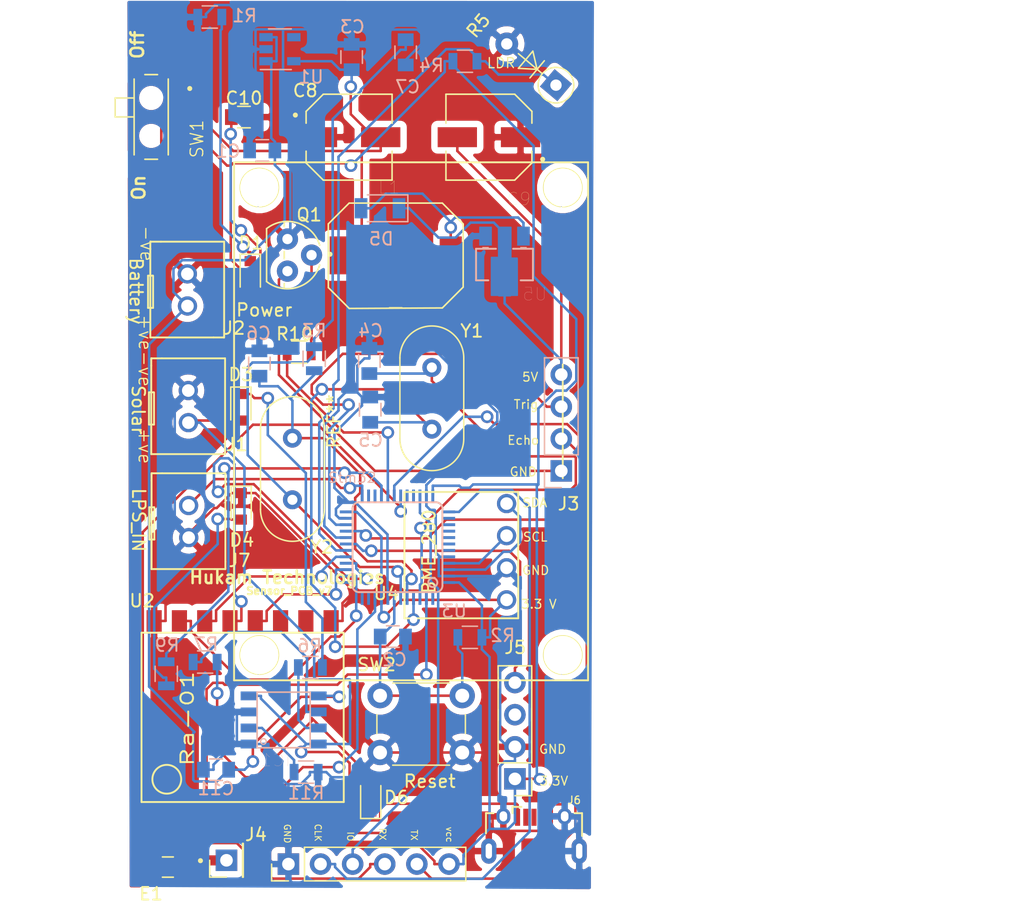
<source format=kicad_pcb>
(kicad_pcb (version 20171130) (host pcbnew 5.1.7-a382d34a8~88~ubuntu18.04.1)
  (layers (0 F.Cu signal) (31 B.Cu signal) (34 B.Paste user) (35 F.Paste user) (36 B.SilkS user) (37 F.SilkS user) (38 B.Mask user) (39 F.Mask user) (44 Edge.Cuts user))
  (net 0 "")
  (net 1 "Net-(AE1-Pad1)")
  (net 2 /RESET)
  (net 3 /PC14)
  (net 4 /PC15)
  (net 5 /OSCIN)
  (net 6 /OSCOUT)
  (net 7 /Supply_Reg)
  (net 8 /BAT_IN)
  (net 9 /Solar_+ve)
  (net 10 /VCC3V3)
  (net 11 /SWIO)
  (net 12 /SWCLK)
  (net 13 /LDR_IN)
  (net 14 "Net-(U1-Pad4)")
  (net 15 /DIO0)
  (net 16 /NSS)
  (net 17 /MISO)
  (net 18 /MOSI)
  (net 19 /SCL)
  (net 20 /SDA)
  (net 21 /SCK)
  (net 22 "Net-(D1-Pad1)")
  (net 23 /Trig)
  (net 24 /EchoToStm32)
  (net 25 /Reset_LoRa)
  (net 26 "Net-(U2-Pad10)")
  (net 27 /GND)
  (net 28 "Net-(SW1-Pad1)")
  (net 29 "Net-(U2-Pad11)")
  (net 30 "Net-(U2-Pad8)")
  (net 31 "Net-(U2-Pad7)")
  (net 32 "Net-(U3-Pad38)")
  (net 33 "Net-(U3-Pad1)")
  (net 34 "Net-(U3-Pad26)")
  (net 35 "Net-(U3-Pad32)")
  (net 36 "Net-(U3-Pad33)")
  (net 37 "Net-(U3-Pad39)")
  (net 38 "Net-(U3-Pad40)")
  (net 39 "Net-(U3-Pad41)")
  (net 40 "Net-(J5-Pad3)")
  (net 41 /Air_in)
  (net 42 "Net-(D4-Pad2)")
  (net 43 "Net-(R9-Pad2)")
  (net 44 /OUT_5V)
  (net 45 "Net-(D5-Pad2)")
  (net 46 "Net-(U2-Pad6)")
  (net 47 "Net-(U3-Pad12)")
  (net 48 "Net-(U3-Pad13)")
  (net 49 /RX)
  (net 50 /TX)
  (net 51 "Net-(U3-Pad27)")
  (net 52 "Net-(D3-Pad1)")
  (net 53 "Net-(D6-Pad1)")
  (net 54 "Net-(IC1-Pad7)")
  (net 55 "Net-(IC1-Pad6)")
  (net 56 "Net-(IC1-Pad2)")
  (net 57 "Net-(Q1-Pad1)")
  (net 58 /Activate)
  (net 59 "Net-(J6-Pad4)")
  (net 60 "Net-(J6-Pad3)")
  (net 61 "Net-(J6-Pad2)")
  (net 62 /GND_Sensor)
  (net 63 "Net-(U3-Pad11)")
  (net 64 /LPS_IN)
  (net 65 "Net-(U3-Pad42)")
  (net 66 "Net-(U3-Pad43)")
  (net 67 "Net-(E1-Pad2)")
  (module Custom_Libraries:JSN_SR-04 (layer F.Cu) (at 45.52696 52.72532 270)
    (fp_text reference REF** (at 0 6.096 90) (layer F.SilkS))
    (fp_text value JSN_SR-04)
    (pad "" thru_hole circle (at -18.5 -12 270) (size 3.05 3.05) (drill 3) (layers *.Cu *.Mask))
    (pad "" thru_hole circle (at -18.5 12 270) (size 3.05 3.05) (drill 3) (layers *.Cu *.Mask))
    (pad "" thru_hole circle (at 18.5 12 270) (size 3.05 3.05) (drill 3) (layers *.Cu *.Mask))
    (pad "" thru_hole circle (at 18.5 -12 270) (size 3.05 3.05) (drill 3) (layers *.Cu *.Mask))
  )
  (module Custom_Libraries:XCVR_YC0009AA (layer F.Cu) (at 26.29154 88.00592 180)
    (fp_text reference E1 (at 1.3335 -2.11836) (layer F.SilkS))
    (fp_text value YC0009AA hide)
    (pad 1 smd rect (at -1.375 0.53 180) (size 1.25 0.74) (layers F.Cu F.Paste F.Mask) (net 1 "Net-(AE1-Pad1)"))
    (pad 2 smd rect (at 1.375 0 180) (size 1.25 1.8) (layers F.Cu F.Paste F.Mask) (net 67 "Net-(E1-Pad2)"))
    (pad 3 smd rect (at -1.375 -0.53 180) (size 1.25 0.74) (layers F.Cu F.Paste F.Mask) (net 67 "Net-(E1-Pad2)"))
  )
  (module Custom_Libraries:BC547 (layer F.Cu) (at 35.7505 39.5707 270)
    (fp_text reference Q1 (at -3.18516 -1.7145 180) (layer F.SilkS))
    (fp_text value BC547 hide)
    (pad 3 thru_hole circle (at 1.27 0 270) (size 1.6764 1.6764) (drill 0.8128) (layers *.Cu *.Mask) (net 62 /GND_Sensor))
    (pad 1 thru_hole circle (at 0 -1.905 270) (size 1.6764 1.6764) (drill 0.8128) (layers *.Cu *.Mask) (net 57 "Net-(Q1-Pad1)"))
    (pad 2 thru_hole circle (at -1.27 0 270) (size 1.6764 1.6764) (drill 0.8128) (layers *.Cu *.Mask) (net 27 /GND))
  )
  (module Custom_Libraries:SOP-8 (layer B.Cu) (at 35.4482 76.3626)
    (fp_text reference IC1 (at -0.63517 3.1759) (layer B.SilkS) (effects (font (size 1.000283 1.000283) (thickness 0.015)) (justify mirror)))
    (fp_text value TP4056 hide)
    (pad 7 smd rect (at 2.75 0.635) (size 1.3 0.7) (layers B.Cu B.Paste B.Mask) (net 54 "Net-(IC1-Pad7)"))
    (pad 8 smd rect (at 2.75 1.905) (size 1.3 0.7) (layers B.Cu B.Paste B.Mask) (net 9 /Solar_+ve))
    (pad 6 smd rect (at 2.75 -0.635) (size 1.3 0.7) (layers B.Cu B.Paste B.Mask) (net 55 "Net-(IC1-Pad6)"))
    (pad 5 smd rect (at 2.75 -1.905) (size 1.3 0.7) (layers B.Cu B.Paste B.Mask) (net 8 /BAT_IN))
    (pad 2 smd rect (at -2.75 0.635) (size 1.3 0.7) (layers B.Cu B.Paste B.Mask) (net 56 "Net-(IC1-Pad2)"))
    (pad 1 smd rect (at -2.75 1.905) (size 1.3 0.7) (layers B.Cu B.Paste B.Mask) (net 27 /GND))
    (pad 3 smd rect (at -2.75 -0.635) (size 1.3 0.7) (layers B.Cu B.Paste B.Mask) (net 27 /GND))
    (pad 4 smd rect (at -2.75 -1.905) (size 1.3 0.7) (layers B.Cu B.Paste B.Mask) (net 9 /Solar_+ve))
  )
  (module Custom_Libraries:Battery_holder (layer F.Cu) (at 29.3802 60.8406 270)
    (fp_text reference J7 (at 2.89812 -2.58062 180) (layer F.SilkS))
    (fp_text value LPS_Sensor hide)
    (pad 1 thru_hole circle (at -1.45 1.45 270) (size 1.524 1.524) (drill 1) (layers *.Cu *.Mask) (net 64 /LPS_IN))
    (pad 2 thru_hole circle (at 1.09 1.44 270) (size 1.524 1.524) (drill 1) (layers *.Cu *.Mask) (net 27 /GND))
  )
  (module Custom_Libraries:IND_22uH (layer F.Cu) (at 44.3154 39.6037)
    (fp_text reference L1 (at -0.525 -5.385) (layer F.SilkS) (effects (font (thickness 0.015))))
    (fp_text value Inductor_22uH hide)
    (pad 2 smd rect (at 4.35 -0.01) (size 1.75 3) (layers F.Cu F.Paste F.Mask) (net 45 "Net-(D5-Pad2)"))
    (pad 1 smd rect (at -4.35 -0.01) (size 1.75 3) (layers F.Cu F.Paste F.Mask) (net 7 /Supply_Reg))
  )
  (module Custom_Libraries:CAPAE660X550N (layer F.Cu) (at 40.6248 30.2387)
    (fp_text reference C8 (at -3.4671 -3.68554) (layer F.SilkS))
    (fp_text value "100 uF" hide)
    (pad 2 smd rect (at 2.5 0) (size 3.11 1.58) (layers F.Cu F.Paste F.Mask) (net 7 /Supply_Reg))
    (pad 1 smd rect (at -2.5 0) (size 3.11 1.58) (layers F.Cu F.Paste F.Mask) (net 27 /GND))
  )
  (module Custom_Libraries:Conn_USBmicro-B_ebay-side_TH (layer F.Cu) (at 55.2526 86.741)
    (fp_text reference J6 (at 3.19026 -4.02844) (layer F.SilkS) (effects (font (size 0.6 0.6) (thickness 0.1))))
    (fp_text value USB3130-XX-X_REVD hide)
    (pad 6 thru_hole oval (at -3.575 0) (size 1.2 2) (drill oval 0.5 1.2) (layers *.Cu *.Mask F.Paste) (net 27 /GND))
    (pad "" smd rect (at 0 0) (size 2 2) (layers F.Cu F.Paste F.Mask))
    (pad 6 thru_hole oval (at 3.575 0) (size 1.2 2) (drill oval 0.5 1.2) (layers *.Cu *.Mask F.Paste) (net 27 /GND))
    (pad 1 smd rect (at -1.3 -2.675) (size 0.4 1.35) (layers F.Cu F.Paste F.Mask) (net 9 /Solar_+ve))
    (pad 2 smd rect (at -0.65 -2.675) (size 0.4 1.35) (layers F.Cu F.Paste F.Mask) (net 61 "Net-(J6-Pad2)"))
    (pad 3 smd rect (at 0 -2.675) (size 0.4 1.35) (layers F.Cu F.Paste F.Mask) (net 60 "Net-(J6-Pad3)"))
    (pad 4 smd rect (at 0.65 -2.675) (size 0.4 1.35) (layers F.Cu F.Paste F.Mask) (net 59 "Net-(J6-Pad4)"))
    (pad 5 smd rect (at 1.3 -2.675) (size 0.4 1.35) (layers F.Cu F.Paste F.Mask) (net 27 /GND))
    (pad 6 thru_hole oval (at -2.425 -2.75) (size 1.1 1.3) (drill oval 0.6 0.8) (layers *.Cu *.Mask) (net 27 /GND))
    (pad 6 thru_hole oval (at 2.425 -2.75) (size 1.1 1.3) (drill oval 0.6 0.8) (layers *.Cu *.Mask) (net 27 /GND))
  )
  (module Custom_Libraries:Battery_holder (layer F.Cu) (at 29.2811 42.5094 270)
    (fp_text reference J2 (at 2.84226 -2.26316 180) (layer F.SilkS))
    (fp_text value Battery_input hide)
    (pad 1 thru_hole circle (at -1.45 1.45 270) (size 1.524 1.524) (drill 1) (layers *.Cu *.Mask) (net 27 /GND))
    (pad 2 thru_hole circle (at 1.09 1.44 270) (size 1.524 1.524) (drill 1) (layers *.Cu *.Mask) (net 8 /BAT_IN))
  )
  (module Custom_Libraries:Battery_holder (layer F.Cu) (at 29.3548 51.7423 270)
    (fp_text reference J1 (at 2.82702 -2.37742 180) (layer F.SilkS))
    (fp_text value Solar_input hide)
    (pad 1 thru_hole circle (at -1.45 1.45 270) (size 1.524 1.524) (drill 1) (layers *.Cu *.Mask) (net 27 /GND))
    (pad 2 thru_hole circle (at 1.09 1.44 270) (size 1.524 1.524) (drill 1) (layers *.Cu *.Mask) (net 9 /Solar_+ve))
  )
  (module Custom_Libraries:BME280 (layer F.Cu) (at 48.0031 64.3179)
    (fp_text reference U4 (at -4.43198 2.03706) (layer F.SilkS))
    (fp_text value BME_280 (at -1.06138 -1.29286 90) (layer F.SilkS))
    (pad 4 thru_hole circle (at 5.08 -5.08) (size 1.524 1.524) (drill 1) (layers *.Cu *.Mask) (net 20 /SDA))
    (pad 3 thru_hole circle (at 5.08 -2.54) (size 1.524 1.524) (drill 1) (layers *.Cu *.Mask) (net 19 /SCL))
    (pad 2 thru_hole circle (at 5.08 0) (size 1.524 1.524) (drill 1) (layers *.Cu *.Mask) (net 27 /GND))
    (pad 1 thru_hole circle (at 5.08 2.54) (size 1.524 1.524) (drill 1) (layers *.Cu *.Mask) (net 10 /VCC3V3))
  )
  (module Custom_Libraries:SOT89 (layer B.Cu) (at 52.9185 40.069)
    (fp_text reference U5 (at 2.39522 2.58826 -180) (layer B.SilkS) (effects (font (thickness 0.015)) (justify mirror)))
    (fp_text value BL8530 hide)
    (pad 1 smd rect (at -1.5 -2) (size 1 1.5) (layers B.Cu B.Paste B.Mask) (net 27 /GND))
    (pad 3 smd rect (at 1.5 -2) (size 1 1.5) (layers B.Cu B.Paste B.Mask) (net 45 "Net-(D5-Pad2)"))
    (pad 2 smd custom (at 0.01 0.03) (size 1 5.5) (layers B.Cu B.Paste B.Mask) (net 44 /OUT_5V) (options (clearance outline) (anchor rect)) (primitives (gr_poly (pts (xy 1 -0.29) (xy 0.5 -0.29) (xy 0.5 -2.73) (xy -0.46 -2.73) (xy -0.49 -2.74) (xy -0.48 -0.35) (xy -1.05 -0.35) (xy -1.05 2.66) (xy 1.01 2.66)) (width 0.1))))
  )
  (module Pin_Headers:Pin_Header_Straight_1x06_Pitch2.54mm (layer F.Cu) (at 35.8267 87.7697 90)
    (fp_text reference J4 (at 2.33934 -2.56794 180) (layer F.SilkS))
    (fp_text value Conn_01x06_Female hide)
    (pad 1 thru_hole rect (at 0 0 90) (size 1.7 1.7) (drill 1) (layers *.Cu *.Mask) (net 27 /GND))
    (pad 2 thru_hole oval (at 0 2.54 90) (size 1.7 1.7) (drill 1) (layers *.Cu *.Mask) (net 12 /SWCLK))
    (pad 3 thru_hole oval (at 0 5.08 90) (size 1.7 1.7) (drill 1) (layers *.Cu *.Mask) (net 11 /SWIO))
    (pad 4 thru_hole oval (at 0 7.62 90) (size 1.7 1.7) (drill 1) (layers *.Cu *.Mask) (net 49 /RX))
    (pad 5 thru_hole oval (at 0 10.16 90) (size 1.7 1.7) (drill 1) (layers *.Cu *.Mask) (net 50 /TX))
    (pad 6 thru_hole oval (at 0 12.7 90) (size 1.7 1.7) (drill 1) (layers *.Cu *.Mask) (net 10 /VCC3V3))
  )
  (module "Custom_Libraries:STM32(LQFP48)" (layer B.Cu) (at 44.9605 63.1977 90)
    (fp_text reference U3 (at -4.5593 3.98018 180) (layer B.SilkS) (effects (justify mirror)))
    (fp_text value STM32 hide)
    (pad 38 smd rect (at 2.794 3.556 90) (size 0.23 1) (layers B.Cu B.Adhes B.Paste B.Mask) (net 32 "Net-(U3-Pad38)"))
    (pad 1 smd rect (at -3.556 2.286 90) (size 1 0.23) (layers B.Cu B.Adhes B.Paste B.Mask) (net 33 "Net-(U3-Pad1)"))
    (pad 2 smd rect (at -3.556 1.778 90) (size 1 0.23) (layers B.Cu B.Adhes B.Paste B.Mask) (net 25 /Reset_LoRa))
    (pad 3 smd rect (at -3.556 1.27 90) (size 1 0.23) (layers B.Cu B.Adhes B.Paste B.Mask) (net 3 /PC14))
    (pad 4 smd rect (at -3.556 0.762 90) (size 1 0.23) (layers B.Cu B.Adhes B.Paste B.Mask) (net 4 /PC15))
    (pad 5 smd rect (at -3.556 0.254 90) (size 1 0.23) (layers B.Cu B.Adhes B.Paste B.Mask) (net 5 /OSCIN))
    (pad 6 smd rect (at -3.556 -0.254 90) (size 1 0.23) (layers B.Cu B.Adhes B.Paste B.Mask) (net 6 /OSCOUT))
    (pad 7 smd rect (at -3.556 -0.762 90) (size 1 0.23) (layers B.Cu B.Adhes B.Paste B.Mask) (net 2 /RESET))
    (pad 8 smd rect (at -3.556 -1.27 90) (size 1 0.23) (layers B.Cu B.Adhes B.Paste B.Mask) (net 27 /GND))
    (pad 9 smd rect (at -3.556 -1.778 90) (size 1 0.23) (layers B.Cu B.Adhes B.Paste B.Mask) (net 10 /VCC3V3))
    (pad 10 smd rect (at -3.556 -2.286 90) (size 1 0.23) (layers B.Cu B.Adhes B.Paste B.Mask) (net 15 /DIO0))
    (pad 11 smd rect (at -3.556 -2.794 90) (size 1 0.23) (layers B.Cu B.Adhes B.Paste B.Mask) (net 63 "Net-(U3-Pad11)"))
    (pad 12 smd rect (at -3.556 -3.302 90) (size 1 0.23) (layers B.Cu B.Adhes B.Paste B.Mask) (net 47 "Net-(U3-Pad12)"))
    (pad 13 smd rect (at -2.286 -4.572 90) (size 0.23 1) (layers B.Cu B.Adhes B.Paste B.Mask) (net 48 "Net-(U3-Pad13)"))
    (pad 14 smd rect (at -1.778 -4.572 90) (size 0.23 1) (layers B.Cu B.Adhes B.Paste B.Mask) (net 16 /NSS))
    (pad 16 smd rect (at -0.762 -4.572 90) (size 0.23 1) (layers B.Cu B.Adhes B.Paste B.Mask) (net 17 /MISO))
    (pad 17 smd rect (at -0.254 -4.572 90) (size 0.23 1) (layers B.Cu B.Adhes B.Paste B.Mask) (net 18 /MOSI))
    (pad 18 smd rect (at 0.254 -4.572 90) (size 0.23 1) (layers B.Cu B.Adhes B.Paste B.Mask) (net 13 /LDR_IN))
    (pad 19 smd rect (at 0.762 -4.572 90) (size 0.23 1) (layers B.Cu B.Adhes B.Paste B.Mask) (net 41 /Air_in))
    (pad 20 smd rect (at 1.27 -4.572 90) (size 0.23 1) (layers B.Cu B.Adhes B.Paste B.Mask) (net 27 /GND))
    (pad 21 smd rect (at 1.778 -4.572 90) (size 0.23 1) (layers B.Cu B.Adhes B.Paste B.Mask) (net 24 /EchoToStm32))
    (pad 22 smd rect (at 2.286 -4.572 90) (size 0.23 1) (layers B.Cu B.Adhes B.Paste B.Mask) (net 23 /Trig))
    (pad 23 smd rect (at 2.794 -4.572 90) (size 0.23 1) (layers B.Cu B.Adhes B.Paste B.Mask) (net 27 /GND))
    (pad 24 smd rect (at 3.302 -4.572 90) (size 0.23 1) (layers B.Cu B.Adhes B.Paste B.Mask) (net 10 /VCC3V3))
    (pad 26 smd rect (at 4.572 -2.794 90) (size 1 0.23) (layers B.Cu B.Adhes B.Paste B.Mask) (net 34 "Net-(U3-Pad26)"))
    (pad 27 smd rect (at 4.572 -2.286 90) (size 1 0.23) (layers B.Cu B.Adhes B.Paste B.Mask) (net 51 "Net-(U3-Pad27)"))
    (pad 28 smd rect (at 4.572 -1.778 90) (size 1 0.23) (layers B.Cu B.Adhes B.Paste B.Mask) (net 43 "Net-(R9-Pad2)"))
    (pad 29 smd rect (at 4.572 -1.27 90) (size 1 0.23) (layers B.Cu B.Adhes B.Paste B.Mask) (net 58 /Activate))
    (pad 30 smd rect (at 4.572 -0.762 90) (size 1 0.23) (layers B.Cu B.Adhes B.Paste B.Mask) (net 50 /TX))
    (pad 31 smd rect (at 4.572 -0.254 90) (size 1 0.23) (layers B.Cu B.Adhes B.Paste B.Mask) (net 49 /RX))
    (pad 32 smd rect (at 4.572 0.254 90) (size 1 0.23) (layers B.Cu B.Adhes B.Paste B.Mask) (net 35 "Net-(U3-Pad32)"))
    (pad 33 smd rect (at 4.572 0.762 90) (size 1 0.23) (layers B.Cu B.Adhes B.Paste B.Mask) (net 36 "Net-(U3-Pad33)"))
    (pad 34 smd rect (at 4.572 1.27 90) (size 1 0.23) (layers B.Cu B.Adhes B.Paste B.Mask) (net 11 /SWIO))
    (pad 35 smd rect (at 4.572 1.778 90) (size 1 0.23) (layers B.Cu B.Adhes B.Paste B.Mask) (net 27 /GND))
    (pad 36 smd rect (at 4.572 2.286 90) (size 1 0.23) (layers B.Cu B.Adhes B.Paste B.Mask) (net 10 /VCC3V3))
    (pad 37 smd rect (at 3.302 3.556 90) (size 0.23 1) (layers B.Cu B.Adhes B.Paste B.Mask) (net 12 /SWCLK))
    (pad 39 smd rect (at 2.286 3.556 90) (size 0.23 1) (layers B.Cu B.Adhes B.Paste B.Mask) (net 37 "Net-(U3-Pad39)"))
    (pad 40 smd rect (at 1.778 3.556 90) (size 0.23 1) (layers B.Cu B.Adhes B.Paste B.Mask) (net 38 "Net-(U3-Pad40)"))
    (pad 41 smd rect (at 1.27 3.556 90) (size 0.23 1) (layers B.Cu B.Adhes B.Paste B.Mask) (net 39 "Net-(U3-Pad41)"))
    (pad 42 smd rect (at 0.762 3.556 90) (size 0.23 1) (layers B.Cu B.Adhes B.Paste B.Mask) (net 65 "Net-(U3-Pad42)"))
    (pad 43 smd rect (at 0.254 3.556 90) (size 0.23 1) (layers B.Cu B.Adhes B.Paste B.Mask) (net 66 "Net-(U3-Pad43)"))
    (pad 44 smd rect (at -0.254 3.556 90) (size 0.23 1) (layers B.Cu B.Adhes B.Paste B.Mask) (net 27 /GND))
    (pad 45 smd rect (at -0.762 3.556 90) (size 0.23 1) (layers B.Cu B.Adhes B.Paste B.Mask) (net 19 /SCL))
    (pad 46 smd rect (at -1.27 3.556 90) (size 0.23 1) (layers B.Cu B.Adhes B.Paste B.Mask) (net 20 /SDA))
    (pad 47 smd rect (at -1.778 3.556 90) (size 0.23 1) (layers B.Cu B.Adhes B.Paste B.Mask) (net 27 /GND))
    (pad 48 smd rect (at -2.286 3.556 90) (size 0.23 1) (layers B.Cu B.Adhes B.Paste B.Mask) (net 10 /VCC3V3))
    (pad 25 smd rect (at 4.572 -3.302 90) (size 1 0.23) (layers B.Cu B.Adhes B.Paste B.Mask) (net 64 /LPS_IN))
    (pad 15 smd rect (at -1.27 -4.572 90) (size 0.23 1) (layers B.Cu B.Adhes B.Paste B.Mask) (net 21 /SCK))
  )
  (module Custom_Libraries:SW_MLL1200S (layer F.Cu) (at 24.9707 28.636 270)
    (fp_text reference SW1 (at 1.7399 -3.61696 90) (layer F.SilkS) (effects (font (size 1.000228 1.000228) (thickness 0.1))))
    (fp_text value MLL1200S hide)
    (pad G4 smd rect (at 3.75 1.15 270) (size 1 0.8) (layers F.Cu F.Paste F.Mask))
    (pad G2 smd rect (at 3.75 -1.15 270) (size 1 0.8) (layers F.Cu F.Paste F.Mask) (net 27 /GND))
    (pad G3 smd rect (at -3.75 1.15 270) (size 1 0.8) (layers F.Cu F.Paste F.Mask) (net 27 /GND))
    (pad G1 smd rect (at -3.75 -1.15 270) (size 1 0.8) (layers F.Cu F.Paste F.Mask) (net 27 /GND))
    (pad 3 smd rect (at 2.25 -2.05 270) (size 0.7 1.1) (layers F.Cu F.Paste F.Mask) (net 7 /Supply_Reg))
    (pad 2 smd rect (at 0.75 -2.05 270) (size 0.7 1.1) (layers F.Cu F.Paste F.Mask) (net 10 /VCC3V3))
    (pad 1 smd rect (at -2.25 -2.05 270) (size 0.7 1.1) (layers F.Cu F.Paste F.Mask) (net 28 "Net-(SW1-Pad1)"))
    (pad None np_thru_hole circle (at 1.5 0 270) (size 0.9 0.9) (drill 0.9) (layers *.Cu *.Mask))
    (pad "" np_thru_hole circle (at -1.5 0 270) (size 0.9 0.9) (drill 0.9) (layers *.Cu *.Mask))
  )
  (module Resistors_SMD:R_0805 (layer B.Cu) (at 26.162 72.71 90)
    (fp_text reference R9 (at 2.26568 0.0635 180) (layer B.SilkS) (effects (justify mirror)))
    (fp_text value "510 R" hide)
    (pad 1 smd rect (at -0.95 0 90) (size 0.7 1.3) (layers B.Cu B.Paste B.Mask) (net 42 "Net-(D4-Pad2)"))
    (pad 2 smd rect (at 0.95 0 90) (size 0.7 1.3) (layers B.Cu B.Paste B.Mask) (net 43 "Net-(R9-Pad2)"))
  )
  (module Diodes_SMD:D_0805 (layer F.Cu) (at 32.0878 59.4548 270)
    (fp_text reference D4 (at 2.67618 -0.0508 180) (layer F.SilkS))
    (fp_text value Bat_Low hide)
    (pad 1 smd rect (at -1.05 0 270) (size 0.8 0.9) (layers F.Cu F.Paste F.Mask) (net 27 /GND))
    (pad 2 smd rect (at 1.05 0 270) (size 0.8 0.9) (layers F.Cu F.Paste F.Mask) (net 42 "Net-(D4-Pad2)"))
  )
  (module Pin_Headers:Pin_Header_Straight_1x04_Pitch2.54mm (layer F.Cu) (at 53.7439 81.026 180)
    (fp_text reference J5 (at -0.02286 10.4013) (layer F.SilkS))
    (fp_text value Airquality hide)
    (pad 1 thru_hole rect (at 0 0 180) (size 1.7 1.7) (drill 1) (layers *.Cu *.Mask) (net 10 /VCC3V3))
    (pad 2 thru_hole oval (at 0 2.54 180) (size 1.7 1.7) (drill 1) (layers *.Cu *.Mask) (net 27 /GND))
    (pad 3 thru_hole oval (at 0 5.08 180) (size 1.7 1.7) (drill 1) (layers *.Cu *.Mask) (net 40 "Net-(J5-Pad3)"))
    (pad 4 thru_hole oval (at 0 7.62 180) (size 1.7 1.7) (drill 1) (layers *.Cu *.Mask) (net 41 /Air_in))
  )
  (module Custom_Libraries:LoRa (layer F.Cu) (at 32.2047 80.2564 90)
    (fp_text reference U2 (at 13.3274 -7.95278 180) (layer F.SilkS))
    (fp_text value Ra-01 (at 3.99 -4.38 90) (layer F.SilkS) (effects (font (size 1 1.5))))
    (pad 16 smd rect (at 11.73 -7 90) (size 1.7 1.2) (layers F.Cu F.Adhes F.Paste F.Mask) (net 27 /GND))
    (pad 15 smd rect (at 11.73 -5 90) (size 1.7 1.2) (layers F.Cu F.Adhes F.Paste F.Mask) (net 16 /NSS))
    (pad 14 smd rect (at 11.73 -3 90) (size 1.7 1.2) (layers F.Cu F.Adhes F.Paste F.Mask) (net 18 /MOSI))
    (pad 13 smd rect (at 11.73 -1 90) (size 1.7 1.2) (layers F.Cu F.Adhes F.Paste F.Mask) (net 17 /MISO))
    (pad 12 smd rect (at 11.73 1 90) (size 1.7 1.2) (layers F.Cu F.Adhes F.Paste F.Mask) (net 21 /SCK))
    (pad 11 smd rect (at 11.73 3 90) (size 1.7 1.2) (layers F.Cu F.Adhes F.Paste F.Mask) (net 29 "Net-(U2-Pad11)"))
    (pad 10 smd rect (at 11.73 5 90) (size 1.7 1.2) (layers F.Cu F.Adhes F.Paste F.Mask) (net 26 "Net-(U2-Pad10)"))
    (pad 9 smd rect (at 11.73 7 90) (size 1.7 1.2) (layers F.Cu F.Adhes F.Paste F.Mask) (net 27 /GND))
    (pad 8 smd rect (at -3.5 7 90) (size 1.7 1.2) (layers F.Cu F.Adhes F.Paste F.Mask) (net 30 "Net-(U2-Pad8)"))
    (pad 7 smd rect (at -3.5 5 90) (size 1.7 1.2) (layers F.Cu F.Adhes F.Paste F.Mask) (net 31 "Net-(U2-Pad7)"))
    (pad 6 smd rect (at -3.5 3 90) (size 1.7 1.2) (layers F.Cu F.Adhes F.Paste F.Mask) (net 46 "Net-(U2-Pad6)"))
    (pad 5 smd rect (at -3.5 1 90) (size 1.7 1.2) (layers F.Cu F.Adhes F.Paste F.Mask) (net 15 /DIO0))
    (pad 4 smd rect (at -3.5 -1 90) (size 1.7 1.2) (layers F.Cu F.Adhes F.Paste F.Mask) (net 25 /Reset_LoRa))
    (pad 3 smd rect (at -3.5 -3 90) (size 1.7 1.2) (layers F.Cu F.Adhes F.Paste F.Mask) (net 10 /VCC3V3))
    (pad 2 smd rect (at -3.5 -5 90) (size 1.7 1.2) (layers F.Cu F.Adhes F.Paste F.Mask) (net 27 /GND))
    (pad 1 smd rect (at -3.5 -7 90) (size 1.7 1.2) (layers F.Cu F.Adhes F.Paste F.Mask) (net 1 "Net-(AE1-Pad1)"))
  )
  (module Pin_Headers:Pin_Header_Straight_1x01_Pitch2.54mm (layer F.Cu) (at 30.927 87.47 90)
    (fp_text reference AE1 hide)
    (fp_text value Antenna hide)
    (pad 1 thru_hole rect (at 0 0 90) (size 1.7 1.7) (drill 1) (layers *.Cu *.Mask) (net 1 "Net-(AE1-Pad1)"))
  )
  (module Pin_Headers:Pin_Header_Straight_1x04_Pitch2.54mm (layer B.Cu) (at 57.4116 56.6496)
    (fp_text reference J3 (at 0.58166 2.61112) (layer F.SilkS))
    (fp_text value "Distance /" hide)
    (pad 1 thru_hole rect (at 0 0) (size 1.7 1.7) (drill 1) (layers *.Cu *.Mask) (net 62 /GND_Sensor))
    (pad 2 thru_hole oval (at 0 -2.54) (size 1.7 1.7) (drill 1) (layers *.Cu *.Mask) (net 24 /EchoToStm32))
    (pad 3 thru_hole oval (at 0 -5.08) (size 1.7 1.7) (drill 1) (layers *.Cu *.Mask) (net 23 /Trig))
    (pad 4 thru_hole oval (at 0 -7.62) (size 1.7 1.7) (drill 1) (layers *.Cu *.Mask) (net 44 /OUT_5V))
  )
  (module Capacitors_SMD:C_0805 (layer B.Cu) (at 44.0842 69.7611 180)
    (fp_text reference C2 (at -0.13386 -1.8288) (layer B.SilkS) (effects (justify mirror)))
    (fp_text value 1.0uf hide)
    (pad 1 smd rect (at -1 0 180) (size 1 1.25) (layers B.Cu B.Paste B.Mask) (net 27 /GND))
    (pad 2 smd rect (at 1 0 180) (size 1 1.25) (layers B.Cu B.Paste B.Mask) (net 2 /RESET))
  )
  (module Capacitors_SMD:C_0805 (layer B.Cu) (at 42.2275 47.9476 90)
    (fp_text reference C4 (at 2.39014 0.10414 180) (layer B.SilkS) (effects (justify mirror)))
    (fp_text value 20pf hide)
    (pad 1 smd rect (at -1 0 90) (size 1 1.25) (layers B.Cu B.Paste B.Mask) (net 3 /PC14))
    (pad 2 smd rect (at 1 0 90) (size 1 1.25) (layers B.Cu B.Paste B.Mask) (net 27 /GND))
  )
  (module Capacitors_SMD:C_0805 (layer B.Cu) (at 42.2961 51.8058 90)
    (fp_text reference C5 (at -2.41554 0.03556 180) (layer B.SilkS) (effects (justify mirror)))
    (fp_text value 20pf hide)
    (pad 2 smd rect (at 1 0 90) (size 1 1.25) (layers B.Cu B.Paste B.Mask) (net 27 /GND))
    (pad 1 smd rect (at -1 0 90) (size 1 1.25) (layers B.Cu B.Paste B.Mask) (net 4 /PC15))
  )
  (module Capacitors_SMD:C_0805 (layer B.Cu) (at 33.5305 48.1508 90)
    (fp_text reference C6 (at 2.3876 -0.07366 180) (layer B.SilkS) (effects (justify mirror)))
    (fp_text value 20pf hide)
    (pad 2 smd rect (at 1 0 90) (size 1 1.25) (layers B.Cu B.Paste B.Mask) (net 27 /GND))
    (pad 1 smd rect (at -1 0 90) (size 1 1.25) (layers B.Cu B.Paste B.Mask) (net 5 /OSCIN))
  )
  (module Capacitors_SMD:C_0805 (layer B.Cu) (at 45.1028 23.5212 270)
    (fp_text reference C7 (at 2.73558 -0.15494 180) (layer B.SilkS) (effects (justify mirror)))
    (fp_text value 20pf hide)
    (pad 1 smd rect (at -1 0 270) (size 1 1.25) (layers B.Cu B.Paste B.Mask) (net 6 /OSCOUT))
    (pad 2 smd rect (at 1 0 270) (size 1 1.25) (layers B.Cu B.Paste B.Mask) (net 27 /GND))
  )
  (module Capacitors_SMD:C_0805 (layer B.Cu) (at 33.7566 31.28518)
    (fp_text reference C1 (at -2.7051 0.05588) (layer B.SilkS) (effects (justify mirror)))
    (fp_text value "100 nf" hide)
    (pad 2 smd rect (at 1 0) (size 1 1.25) (layers B.Cu B.Paste B.Mask) (net 8 /BAT_IN))
    (pad 1 smd rect (at -1 0) (size 1 1.25) (layers B.Cu B.Paste B.Mask) (net 27 /GND))
  )
  (module Capacitors_SMD:C_0805 (layer B.Cu) (at 40.828 23.8963 270)
    (fp_text reference C3 (at -2.38938 -0.05842 180) (layer B.SilkS) (effects (justify mirror)))
    (fp_text value "100 nf" hide)
    (pad 2 smd rect (at 1 0 270) (size 1 1.25) (layers B.Cu B.Paste B.Mask) (net 7 /Supply_Reg))
    (pad 1 smd rect (at -1 0 270) (size 1 1.25) (layers B.Cu B.Paste B.Mask) (net 27 /GND))
  )
  (module Diodes_SMD:D_0805 (layer F.Cu) (at 32.8092 41.0997 270)
    (fp_text reference D1 (at -2.48416 -0.05318) (layer F.SilkS))
    (fp_text value Pwr_L.E.D hide)
    (pad 1 smd rect (at -1.05 0 270) (size 0.8 0.9) (layers F.Cu F.Paste F.Mask) (net 22 "Net-(D1-Pad1)"))
    (pad 2 smd rect (at 1.05 0 270) (size 0.8 0.9) (layers F.Cu F.Paste F.Mask) (net 10 /VCC3V3))
  )
  (module Resistors_SMD:R_0805 (layer B.Cu) (at 50.1802 69.8246 180)
    (fp_text reference R2 (at -2.59588 0.1524 180) (layer B.SilkS) (effects (justify mirror)))
    (fp_text value 10K hide)
    (pad 2 smd rect (at 0.95 0 180) (size 0.7 1.3) (layers B.Cu B.Paste B.Mask) (net 2 /RESET))
    (pad 1 smd rect (at -0.95 0 180) (size 0.7 1.3) (layers B.Cu B.Paste B.Mask) (net 10 /VCC3V3))
  )
  (module Resistors_SMD:R_0805 (layer B.Cu) (at 37.8638 47.7698 90)
    (fp_text reference R3 (at 2.2098 -0.00254) (layer B.SilkS) (effects (justify mirror)))
    (fp_text value 1M hide)
    (pad 1 smd rect (at -0.95 0 90) (size 0.7 1.3) (layers B.Cu B.Paste B.Mask) (net 5 /OSCIN))
    (pad 2 smd rect (at 0.95 0 90) (size 0.7 1.3) (layers B.Cu B.Paste B.Mask) (net 6 /OSCOUT))
  )
  (module Resistors_SMD:R_0805 (layer B.Cu) (at 29.6062 20.7289 180)
    (fp_text reference R1 (at -2.75082 0.10414) (layer B.SilkS) (effects (justify mirror)))
    (fp_text value "510 R" hide)
    (pad 2 smd rect (at 0.95 0 180) (size 0.7 1.3) (layers B.Cu B.Paste B.Mask) (net 27 /GND))
    (pad 1 smd rect (at -0.95 0 180) (size 0.7 1.3) (layers B.Cu B.Paste B.Mask) (net 22 "Net-(D1-Pad1)"))
  )
  (module Resistors_SMD:R_0805 (layer B.Cu) (at 49.7891 24.2265 180)
    (fp_text reference R4 (at 2.65176 -0.33782) (layer B.SilkS) (effects (justify mirror)))
    (fp_text value 10K hide)
    (pad 1 smd rect (at -0.95 0 180) (size 0.7 1.3) (layers B.Cu B.Paste B.Mask) (net 13 /LDR_IN))
    (pad 2 smd rect (at 0.95 0 180) (size 0.7 1.3) (layers B.Cu B.Paste B.Mask) (net 10 /VCC3V3))
  )
  (module Diodes_THT:D_A-405_P5.08mm_Vertical_AnodeUp (layer F.Cu) (at 56.99 26.1214 140)
    (fp_text reference R5 (at 7.729248 -0.331606 50) (layer F.SilkS))
    (fp_text value LDR hide)
    (pad 2 thru_hole oval (at 5.08 0 140) (size 1.8 1.8) (drill 0.9) (layers *.Cu *.Mask) (net 27 /GND))
    (pad 1 thru_hole rect (at 0 0 140) (size 1.8 1.8) (drill 0.9) (layers *.Cu *.Mask) (net 13 /LDR_IN))
  )
  (module TO_SOT_Packages_SMD:SOT-23-5 (layer B.Cu) (at 35.1536 23.2766)
    (fp_text reference U1 (at 2.45364 2.20218) (layer B.SilkS) (effects (justify mirror)))
    (fp_text value APK2112.K-3.3 hide)
    (pad 1 smd rect (at -1.1 0.95) (size 1.06 0.65) (layers B.Cu B.Paste B.Mask) (net 8 /BAT_IN))
    (pad 2 smd rect (at -1.1 0) (size 1.06 0.65) (layers B.Cu B.Paste B.Mask) (net 27 /GND))
    (pad 3 smd rect (at -1.1 -0.95) (size 1.06 0.65) (layers B.Cu B.Paste B.Mask) (net 8 /BAT_IN))
    (pad 4 smd rect (at 1.1 -0.95) (size 1.06 0.65) (layers B.Cu B.Paste B.Mask) (net 14 "Net-(U1-Pad4)"))
    (pad 5 smd rect (at 1.1 0.95) (size 1.06 0.65) (layers B.Cu B.Paste B.Mask) (net 7 /Supply_Reg))
  )
  (module Crystals:Crystal_HC49-4H_Vertical (layer F.Cu) (at 47.1703 48.4657 270)
    (fp_text reference Y1 (at -2.89052 -3.16738 180) (layer F.SilkS))
    (fp_text value 32.768K hide)
    (pad 2 thru_hole circle (at 4.88 0 270) (size 1.5 1.5) (drill 0.8) (layers *.Cu *.Mask) (net 4 /PC15))
    (pad 1 thru_hole circle (at 0 0 270) (size 1.5 1.5) (drill 0.8) (layers *.Cu *.Mask) (net 3 /PC14))
  )
  (module Crystals:Crystal_HC49-4H_Vertical (layer F.Cu) (at 36.1417 54.0588 270)
    (fp_text reference Y2 (at 8.61568 -2.31394 unlocked) (layer F.SilkS))
    (fp_text value 8Mhz hide)
    (pad 1 thru_hole circle (at 0 0 270) (size 1.5 1.5) (drill 0.8) (layers *.Cu *.Mask) (net 5 /OSCIN))
    (pad 2 thru_hole circle (at 4.88 0 270) (size 1.5 1.5) (drill 0.8) (layers *.Cu *.Mask) (net 6 /OSCOUT))
  )
  (module Buttons_Switches_THT:SW_PUSH_6mm_h5mm (layer F.Cu) (at 49.5757 78.9407 180)
    (fp_text reference SW2 (at 6.77418 6.95452) (layer F.SilkS))
    (fp_text value SW_Push hide)
    (pad 1 thru_hole circle (at 6.5 0 270) (size 2 2) (drill 1.1) (layers *.Cu *.Mask) (net 27 /GND))
    (pad 2 thru_hole circle (at 6.5 4.5 270) (size 2 2) (drill 1.1) (layers *.Cu *.Mask) (net 2 /RESET))
    (pad 1 thru_hole circle (at 0 0 270) (size 2 2) (drill 1.1) (layers *.Cu *.Mask) (net 27 /GND))
    (pad 2 thru_hole circle (at 0 4.5 270) (size 2 2) (drill 1.1) (layers *.Cu *.Mask) (net 2 /RESET))
  )
  (module Custom_Libraries:CAPAE660X550N (layer F.Cu) (at 51.6865 30.2387 180)
    (fp_text reference C9 (at -2.3622 -4.89458) (layer F.SilkS) (effects (font (thickness 0.015))))
    (fp_text value "100 uF" hide)
    (pad 1 smd rect (at -2.5 0 180) (size 3.11 1.58) (layers F.Cu F.Paste F.Mask) (net 27 /GND))
    (pad 2 smd rect (at 2.5 0 180) (size 3.11 1.58) (layers F.Cu F.Paste F.Mask) (net 44 /OUT_5V))
  )
  (module Diodes_SMD:D_1206 (layer B.Cu) (at 43.0733 35.8648 180)
    (fp_text reference D5 (at -0.09398 -2.42316) (layer B.SilkS) (effects (justify mirror)))
    (fp_text value SS14 hide)
    (pad 2 smd rect (at 1.5 0 180) (size 1 1.6) (layers B.Cu B.Paste B.Mask) (net 45 "Net-(D5-Pad2)"))
    (pad 1 smd rect (at -1.5 0 180) (size 1 1.6) (layers B.Cu B.Paste B.Mask) (net 44 /OUT_5V))
  )
  (module Capacitors_SMD:C_0805 (layer F.Cu) (at 32.3088 28.6487)
    (fp_text reference C10 (at 0 -1.5) (layer F.SilkS))
    (fp_text value 10uf hide)
    (pad 1 smd rect (at -1 0) (size 1 1.25) (layers F.Cu F.Paste F.Mask) (net 9 /Solar_+ve))
    (pad 2 smd rect (at 1 0) (size 1 1.25) (layers F.Cu F.Paste F.Mask) (net 27 /GND))
  )
  (module Capacitors_SMD:C_0805 (layer B.Cu) (at 30.1008 80.2996)
    (fp_text reference C11 (at 0 1.5) (layer B.SilkS) (effects (justify mirror)))
    (fp_text value 10uf hide)
    (pad 2 smd rect (at 1 0) (size 1 1.25) (layers B.Cu B.Paste B.Mask) (net 8 /BAT_IN))
    (pad 1 smd rect (at -1 0) (size 1 1.25) (layers B.Cu B.Paste B.Mask) (net 27 /GND))
  )
  (module Diodes_SMD:D_0805 (layer F.Cu) (at 32.065 51.6153 270)
    (fp_text reference D3 (at -2.58572 0 180) (layer F.SilkS))
    (fp_text value Pwr_L.E.D hide)
    (pad 1 smd rect (at -1.05 0 270) (size 0.8 0.9) (layers F.Cu F.Paste F.Mask) (net 52 "Net-(D3-Pad1)"))
    (pad 2 smd rect (at 1.05 0 270) (size 0.8 0.9) (layers F.Cu F.Paste F.Mask) (net 9 /Solar_+ve))
  )
  (module Diodes_SMD:D_0805 (layer F.Cu) (at 42.3367 82.5602 90)
    (fp_text reference D6 (at 0.0635 2.032 180) (layer F.SilkS))
    (fp_text value Pwr_L.E.D hide)
    (pad 2 smd rect (at 1.05 0 90) (size 0.8 0.9) (layers F.Cu F.Paste F.Mask) (net 9 /Solar_+ve))
    (pad 1 smd rect (at -1.05 0 90) (size 0.8 0.9) (layers F.Cu F.Paste F.Mask) (net 53 "Net-(D6-Pad1)"))
  )
  (module Resistors_SMD:R_0805 (layer B.Cu) (at 37.564 72.2071)
    (fp_text reference R6 (at -0.05838 -1.71704) (layer B.SilkS) (effects (justify mirror)))
    (fp_text value 1K hide)
    (pad 1 smd rect (at -0.95 0) (size 0.7 1.3) (layers B.Cu B.Paste B.Mask) (net 54 "Net-(IC1-Pad7)"))
    (pad 2 smd rect (at 0.95 0) (size 0.7 1.3) (layers B.Cu B.Paste B.Mask) (net 52 "Net-(D3-Pad1)"))
  )
  (module Resistors_SMD:R_0805 (layer B.Cu) (at 29.2379 71.7779)
    (fp_text reference R7 (at 0.06096 -1.4097) (layer B.SilkS) (effects (justify mirror)))
    (fp_text value 1K hide)
    (pad 2 smd rect (at 0.95 0) (size 0.7 1.3) (layers B.Cu B.Paste B.Mask) (net 53 "Net-(D6-Pad1)"))
    (pad 1 smd rect (at -0.95 0) (size 0.7 1.3) (layers B.Cu B.Paste B.Mask) (net 55 "Net-(IC1-Pad6)"))
  )
  (module Resistors_SMD:R_0805 (layer F.Cu) (at 36.675 47.2465)
    (fp_text reference R10 (at -0.3683 -1.4351) (layer F.SilkS))
    (fp_text value 1K hide)
    (pad 2 smd rect (at 0.95 0) (size 0.7 1.3) (layers F.Cu F.Paste F.Mask) (net 57 "Net-(Q1-Pad1)"))
    (pad 1 smd rect (at -0.95 0) (size 0.7 1.3) (layers F.Cu F.Paste F.Mask) (net 58 /Activate))
  )
  (module Resistors_SMD:R_0805 (layer B.Cu) (at 37.2237 80.4901)
    (fp_text reference R11 (at 0 1.65) (layer B.SilkS) (effects (justify mirror)))
    (fp_text value 510R hide)
    (pad 2 smd rect (at 0.95 0) (size 0.7 1.3) (layers B.Cu B.Paste B.Mask) (net 27 /GND))
    (pad 1 smd rect (at -0.95 0) (size 0.7 1.3) (layers B.Cu B.Paste B.Mask) (net 56 "Net-(IC1-Pad2)"))
  )
  (gr_text LPS_IN (at 23.98268 60.53582 270) (layer F.SilkS) (effects (font (size 1 1))))
  (gr_text 5V (at 54.95036 49.2252) (layer F.SilkS) (effects (font (size 0.7 0.7) (thickness 0.1))))
  (gr_text Trig (at 54.61762 51.39436) (layer F.SilkS) (effects (font (size 0.7 0.7) (thickness 0.1))))
  (gr_text Echo (at 54.39918 54.22392) (layer F.SilkS) (effects (font (size 0.7 0.7) (thickness 0.1))))
  (gr_text 3.3V (at 56.81726 81.19364) (layer F.SilkS) (effects (font (size 0.7 0.7) (thickness 0.1))))
  (gr_text GND (at 56.72836 78.67904) (layer F.SilkS) (effects (font (size 0.7 0.7) (thickness 0.1))))
  (gr_text RX (at 43.2689 85.39734 270) (layer F.SilkS) (effects (font (size 0.5 0.5) (thickness 0.08))))
  (gr_text TX (at 45.76572 85.471 270) (layer F.SilkS) (effects (font (size 0.5 0.5) (thickness 0.08))))
  (gr_text LDR (at 52.6542 24.3713) (layer F.SilkS) (effects (font (size 0.8 0.8) (thickness 0.1))))
  (gr_text +ve (at 24.4729 54.68874 270) (layer F.SilkS) (effects (font (size 1 1) (thickness 0.1))))
  (gr_text -ve (at 24.4729 48.57496 270) (layer F.SilkS) (effects (font (size 1 1) (thickness 0.1))))
  (gr_text Solar (at 23.94458 51.83124 270) (layer F.SilkS) (effects (font (size 1 1))))
  (gr_text +ve (at 24.49322 45.69968 270) (layer F.SilkS) (effects (font (size 1 1) (thickness 0.1))))
  (gr_text GND (at 35.73272 85.36178 270) (layer F.SilkS) (effects (font (size 0.5 0.5) (thickness 0.08))))
  (gr_text CLK (at 38.16096 85.28812 270) (layer F.SilkS) (effects (font (size 0.5 0.5) (thickness 0.08))))
  (gr_text IO (at 40.73144 85.58276 270) (layer F.SilkS) (effects (font (size 0.5 0.5) (thickness 0.08))))
  (gr_text vcc (at 48.55972 85.43544 270) (layer F.SilkS) (effects (font (size 0.5 0.5) (thickness 0.08))))
  (gr_text On (at 23.98268 34.23158 90) (layer F.SilkS) (effects (font (size 1 1) (thickness 0.2))))
  (gr_text Off (at 23.87346 22.93112 90) (layer F.SilkS) (effects (font (size 1 1) (thickness 0.2))))
  (gr_text -ve (at 24.62022 38.65372 270) (layer F.SilkS) (effects (font (size 1 1) (thickness 0.1))))
  (gr_text "3.3 V" (at 55.64124 67.19824) (layer F.SilkS) (effects (font (size 0.7 0.7) (thickness 0.1))))
  (gr_text GND (at 55.3847 64.52362) (layer F.SilkS) (effects (font (size 0.7 0.7) (thickness 0.1))))
  (gr_text SCL (at 55.3466 61.88202) (layer F.SilkS) (effects (font (size 0.7 0.7) (thickness 0.1))))
  (gr_text SDA (at 55.31104 59.1693) (layer F.SilkS) (effects (font (size 0.7 0.7) (thickness 0.1))))
  (gr_text GND (at 54.39918 56.72328) (layer F.SilkS) (effects (font (size 0.7 0.7) (thickness 0.1))))
  (gr_text Battery (at 23.77694 42.42816 270) (layer F.SilkS) (effects (font (size 1 1))))
  (gr_text Reset (at 46.99762 81.2165) (layer F.SilkS) (effects (font (size 1 1))))
  (gr_text Stm32 (at 40.87114 57.18556) (layer B.SilkS) (effects (font (size 0.8 0.8) (thickness 0.1))))
  (gr_text Power (at 33.91154 43.9166) (layer F.SilkS) (effects (font (size 1 1))))
  (gr_text "Sensor_PCB_v7\n" (at 35.88512 66.14668) (layer F.SilkS) (effects (font (size 0.6 0.6))))
  (gr_text "Hukam Technologies\n" (at 35.7251 65.0748) (layer F.SilkS) (effects (font (size 1 1) (thickness 0.2))))
  (segment (start 25.2047 85.01408) (end 27.66654 87.47592) (width 0.8) (layer F.Cu) (net 1))
  (segment (start 25.2047 83.7564) (end 25.2047 85.01408) (width 0.8) (layer F.Cu) (net 1))
  (segment (start 30.92108 87.47592) (end 30.927 87.47) (width 0.8) (layer F.Cu) (net 1))
  (segment (start 27.66654 87.47592) (end 30.92108 87.47592) (width 0.8) (layer F.Cu) (net 1))
  (segment (start 43.0842 69.8092) (end 44.1985 68.6949) (width 0.2) (layer B.Cu) (net 2))
  (segment (start 44.1985 68.6949) (end 44.1985 66.7537) (width 0.2) (layer B.Cu) (net 2))
  (segment (start 43.0842 69.8092) (end 43.0842 69.8574) (width 0.2) (layer B.Cu) (net 2))
  (segment (start 43.0842 69.7611) (end 43.0842 69.8092) (width 0.2) (layer B.Cu) (net 2))
  (segment (start 49.2302 69.8246) (end 49.2302 70.7749) (width 0.2) (layer B.Cu) (net 2))
  (segment (start 43.0842 70.2237) (end 43.0842 70.6864) (width 0.2) (layer B.Cu) (net 2))
  (segment (start 43.0842 70.2237) (end 43.0842 69.8574) (width 0.2) (layer B.Cu) (net 2))
  (segment (start 49.5757 74.4407) (end 43.0757 74.4407) (width 0.2) (layer F.Cu) (net 2))
  (segment (start 43.0757 74.4407) (end 43.0757 70.6949) (width 0.2) (layer B.Cu) (net 2))
  (segment (start 43.0757 70.6949) (end 43.0842 70.6864) (width 0.2) (layer B.Cu) (net 2))
  (segment (start 49.5757 74.4407) (end 49.5757 71.1204) (width 0.2) (layer B.Cu) (net 2))
  (segment (start 49.5757 71.1204) (end 49.2302 70.7749) (width 0.2) (layer B.Cu) (net 2))
  (segment (start 46.2305 66.7537) (end 46.2305 65.6669) (width 0.2) (layer B.Cu) (net 3))
  (segment (start 46.2305 65.6669) (end 46.3613 65.5361) (width 0.2) (layer B.Cu) (net 3))
  (segment (start 46.3613 65.5361) (end 46.3613 61.2619) (width 0.2) (layer B.Cu) (net 3))
  (segment (start 46.3613 61.2619) (end 46.2766 61.1772) (width 0.2) (layer B.Cu) (net 3))
  (segment (start 43.1528 48.9476) (end 46.6884 48.9476) (width 0.2) (layer B.Cu) (net 3))
  (segment (start 46.6884 48.9476) (end 47.1703 48.4657) (width 0.2) (layer B.Cu) (net 3))
  (segment (start 42.2275 48.9476) (end 43.1528 48.9476) (width 0.2) (layer B.Cu) (net 3))
  (via (at 46.2766 61.1772) (size 1) (layers F.Cu B.Cu) (net 3))
  (segment (start 47.1703 49.52636) (end 47.1703 48.4657) (width 0.2) (layer F.Cu) (net 3))
  (segment (start 58.561601 55.602301) (end 58.4585 55.4992) (width 0.2) (layer F.Cu) (net 3))
  (segment (start 58.561601 57.739601) (end 58.561601 55.602301) (width 0.2) (layer F.Cu) (net 3))
  (segment (start 53.14314 55.4992) (end 47.1703 49.52636) (width 0.2) (layer F.Cu) (net 3))
  (segment (start 49.3078 58.146) (end 58.155202 58.146) (width 0.2) (layer F.Cu) (net 3))
  (segment (start 58.155202 58.146) (end 58.561601 57.739601) (width 0.2) (layer F.Cu) (net 3))
  (segment (start 58.4585 55.4992) (end 53.14314 55.4992) (width 0.2) (layer F.Cu) (net 3))
  (segment (start 46.2766 61.1772) (end 49.3078 58.146) (width 0.2) (layer F.Cu) (net 3))
  (segment (start 47.1703 53.3457) (end 44.0158 50.1912) (width 0.2) (layer F.Cu) (net 4))
  (segment (start 44.0158 50.1912) (end 38.4738 50.1912) (width 0.2) (layer F.Cu) (net 4))
  (segment (start 39.5276 70.5641) (end 39.5276 67.494) (width 0.2) (layer B.Cu) (net 4))
  (segment (start 39.5276 67.494) (end 37.6345 65.6009) (width 0.2) (layer B.Cu) (net 4))
  (segment (start 37.6345 65.6009) (end 37.6345 51.0305) (width 0.2) (layer B.Cu) (net 4))
  (segment (start 37.6345 51.0305) (end 38.4738 50.1912) (width 0.2) (layer B.Cu) (net 4))
  (segment (start 39.5276 70.5641) (end 43.5793 70.5641) (width 0.2) (layer F.Cu) (net 4))
  (segment (start 43.5793 70.5641) (end 45.7225 68.4209) (width 0.2) (layer F.Cu) (net 4))
  (segment (start 45.7225 66.7537) (end 45.7225 68.4209) (width 0.2) (layer B.Cu) (net 4))
  (segment (start 47.1703 53.3457) (end 46.6304 52.8058) (width 0.2) (layer B.Cu) (net 4))
  (segment (start 46.6304 52.8058) (end 42.2961 52.8058) (width 0.2) (layer B.Cu) (net 4))
  (via (at 45.7225 68.4209) (size 1) (layers F.Cu B.Cu) (net 4))
  (via (at 39.5276 70.5641) (size 1) (layers F.Cu B.Cu) (net 4))
  (via (at 38.4738 50.1912) (size 1) (layers F.Cu B.Cu) (net 4))
  (segment (start 45.561 65.2045) (end 45.561 64.5374) (width 0.2) (layer F.Cu) (net 5))
  (segment (start 45.561 64.5374) (end 44.8282 63.8046) (width 0.2) (layer F.Cu) (net 5))
  (segment (start 44.8282 63.8046) (end 42.0781 63.8046) (width 0.2) (layer F.Cu) (net 5))
  (segment (start 42.0781 63.8046) (end 41.1056 62.8321) (width 0.2) (layer F.Cu) (net 5))
  (segment (start 41.1056 62.8321) (end 41.1056 58.787) (width 0.2) (layer F.Cu) (net 5))
  (segment (start 41.1056 58.787) (end 41.5038 58.3888) (width 0.2) (layer F.Cu) (net 5))
  (segment (start 41.5038 58.3888) (end 41.5038 56.9036) (width 0.2) (layer F.Cu) (net 5))
  (segment (start 41.5038 56.9036) (end 38.659 54.0588) (width 0.2) (layer F.Cu) (net 5))
  (segment (start 38.659 54.0588) (end 36.1417 54.0588) (width 0.2) (layer F.Cu) (net 5))
  (segment (start 45.2145 66.7537) (end 45.2145 65.551) (width 0.2) (layer B.Cu) (net 5))
  (segment (start 45.2145 65.551) (end 45.561 65.2045) (width 0.2) (layer B.Cu) (net 5))
  (segment (start 35.9791 50.9296) (end 35.0006 49.9511) (width 0.2) (layer B.Cu) (net 5))
  (segment (start 35.0006 49.9511) (end 33.5305 49.9511) (width 0.2) (layer B.Cu) (net 5))
  (segment (start 36.1417 54.0588) (end 36.1417 51.0922) (width 0.2) (layer B.Cu) (net 5))
  (segment (start 36.1417 51.0922) (end 35.9791 50.9296) (width 0.2) (layer B.Cu) (net 5))
  (segment (start 37.8638 49.0449) (end 35.9791 50.9296) (width 0.2) (layer B.Cu) (net 5))
  (segment (start 37.8638 48.7198) (end 37.8638 49.0449) (width 0.2) (layer B.Cu) (net 5))
  (segment (start 33.5305 49.1508) (end 33.5305 49.9511) (width 0.2) (layer B.Cu) (net 5))
  (via (at 45.561 65.2045) (size 1) (layers F.Cu B.Cu) (net 5))
  (segment (start 36.1417 58.9388) (end 41.4616 64.2587) (width 0.2) (layer F.Cu) (net 6))
  (segment (start 41.4616 64.2587) (end 44.1164 64.2587) (width 0.2) (layer F.Cu) (net 6))
  (segment (start 44.1164 64.2587) (end 44.4627 64.605) (width 0.2) (layer F.Cu) (net 6))
  (segment (start 44.7065 66.7537) (end 44.7065 64.8488) (width 0.2) (layer B.Cu) (net 6))
  (segment (start 44.7065 64.8488) (end 44.4627 64.605) (width 0.2) (layer B.Cu) (net 6))
  (segment (start 45.1028 23.3215) (end 44.7026 23.3215) (width 0.2) (layer B.Cu) (net 6))
  (segment (start 44.7026 23.3215) (end 41.5576 26.4665) (width 0.2) (layer B.Cu) (net 6))
  (segment (start 41.5576 26.4665) (end 41.5576 26.5778) (width 0.2) (layer B.Cu) (net 6))
  (segment (start 41.5576 26.5778) (end 39.3281 28.8073) (width 0.2) (layer B.Cu) (net 6))
  (segment (start 39.3281 28.8073) (end 39.3281 44.7052) (width 0.2) (layer B.Cu) (net 6))
  (segment (start 39.3281 44.7052) (end 37.8638 46.1695) (width 0.2) (layer B.Cu) (net 6))
  (segment (start 37.8638 46.8198) (end 37.8638 47.4701) (width 0.2) (layer B.Cu) (net 6))
  (segment (start 36.1417 58.9388) (end 32.6051 55.4022) (width 0.2) (layer B.Cu) (net 6))
  (segment (start 32.6051 55.4022) (end 32.6051 48.4485) (width 0.2) (layer B.Cu) (net 6))
  (segment (start 32.6051 48.4485) (end 32.9842 48.0694) (width 0.2) (layer B.Cu) (net 6))
  (segment (start 32.9842 48.0694) (end 37.2645 48.0694) (width 0.2) (layer B.Cu) (net 6))
  (segment (start 37.2645 48.0694) (end 37.8638 47.4701) (width 0.2) (layer B.Cu) (net 6))
  (segment (start 37.8638 46.8198) (end 37.8638 46.1695) (width 0.2) (layer B.Cu) (net 6))
  (segment (start 45.1028 22.5212) (end 45.1028 23.3215) (width 0.2) (layer B.Cu) (net 6))
  (via (at 44.4627 64.605) (size 1) (layers F.Cu B.Cu) (net 6))
  (segment (start 26.1704 30.886) (end 26.1704 28.8605) (width 0.2) (layer F.Cu) (net 7))
  (segment (start 26.1704 28.8605) (end 26.3293 28.7016) (width 0.2) (layer F.Cu) (net 7))
  (segment (start 26.3293 28.7016) (end 28.8386 28.7016) (width 0.2) (layer F.Cu) (net 7))
  (segment (start 28.8386 28.7016) (end 31.466 31.329) (width 0.2) (layer F.Cu) (net 7))
  (segment (start 31.466 31.329) (end 41.6251 31.329) (width 0.2) (layer F.Cu) (net 7))
  (segment (start 27.0207 30.886) (end 26.1704 30.886) (width 0.2) (layer F.Cu) (net 7))
  (segment (start 43.1248 31.329) (end 41.6251 31.329) (width 0.2) (layer F.Cu) (net 7))
  (segment (start 40.7573 26.2462) (end 40.828 26.1755) (width 0.2) (layer B.Cu) (net 7))
  (segment (start 40.828 26.1755) (end 40.828 24.8963) (width 0.2) (layer B.Cu) (net 7))
  (segment (start 43.1248 30.7838) (end 40.7573 28.4163) (width 0.2) (layer F.Cu) (net 7))
  (segment (start 40.7573 28.4163) (end 40.7573 26.2462) (width 0.2) (layer F.Cu) (net 7))
  (segment (start 43.1248 30.7838) (end 43.1248 31.329) (width 0.2) (layer F.Cu) (net 7))
  (segment (start 43.1248 30.2387) (end 43.1248 30.7838) (width 0.2) (layer F.Cu) (net 7))
  (segment (start 41.6251 31.329) (end 41.6251 39.1093) (width 0.2) (layer F.Cu) (net 7))
  (segment (start 41.6251 39.1093) (end 41.1407 39.5937) (width 0.2) (layer F.Cu) (net 7))
  (segment (start 39.9654 39.5937) (end 41.1407 39.5937) (width 0.2) (layer F.Cu) (net 7))
  (segment (start 40.828 24.8963) (end 39.9027 24.8963) (width 0.2) (layer B.Cu) (net 7))
  (segment (start 36.2536 24.2266) (end 39.233 24.2266) (width 0.2) (layer B.Cu) (net 7))
  (segment (start 39.233 24.2266) (end 39.9027 24.8963) (width 0.2) (layer B.Cu) (net 7))
  (via (at 40.7573 26.2462) (size 1) (layers F.Cu B.Cu) (net 7))
  (segment (start 31.1008 80.2996) (end 30.1754 81.225) (width 0.2) (layer B.Cu) (net 8))
  (segment (start 30.1754 81.225) (end 28.4176 81.225) (width 0.2) (layer B.Cu) (net 8))
  (segment (start 28.4176 81.225) (end 28.2976 81.105) (width 0.2) (layer B.Cu) (net 8))
  (segment (start 28.2976 81.105) (end 28.2976 77.4093) (width 0.2) (layer B.Cu) (net 8))
  (segment (start 28.2976 77.4093) (end 28.392 77.3149) (width 0.2) (layer B.Cu) (net 8))
  (segment (start 28.392 77.3149) (end 24.8046 73.7276) (width 0.2) (layer B.Cu) (net 8))
  (segment (start 24.8046 73.7276) (end 24.8046 46.6359) (width 0.2) (layer B.Cu) (net 8))
  (segment (start 24.8046 46.6359) (end 27.8411 43.5994) (width 0.2) (layer B.Cu) (net 8))
  (segment (start 34.8839 22.3266) (end 34.8839 24.2266) (width 0.2) (layer B.Cu) (net 8))
  (segment (start 34.4688 24.2266) (end 34.8839 24.2266) (width 0.2) (layer B.Cu) (net 8))
  (segment (start 34.0536 24.2266) (end 34.4688 24.2266) (width 0.2) (layer B.Cu) (net 8))
  (segment (start 34.0536 22.3266) (end 34.8839 22.3266) (width 0.2) (layer B.Cu) (net 8))
  (via (at 33.01238 79.64932) (size 1) (drill 0.6) (layers F.Cu B.Cu) (net 8))
  (via (at 39.82974 74.53122) (size 1) (drill 0.6) (layers F.Cu B.Cu) (net 8))
  (segment (start 32.3621 80.2996) (end 33.01238 79.64932) (width 0.2) (layer B.Cu) (net 8))
  (segment (start 31.1008 80.2996) (end 32.3621 80.2996) (width 0.2) (layer B.Cu) (net 8))
  (segment (start 39.75612 74.4576) (end 39.82974 74.53122) (width 0.2) (layer B.Cu) (net 8))
  (segment (start 38.1982 74.4576) (end 39.75612 74.4576) (width 0.2) (layer B.Cu) (net 8))
  (segment (start 39.82974 74.53122) (end 36.82746 74.53122) (width 0.2) (layer F.Cu) (net 8))
  (segment (start 33.01238 78.3463) (end 33.01238 79.64932) (width 0.2) (layer F.Cu) (net 8))
  (segment (start 36.82746 74.53122) (end 33.01238 78.3463) (width 0.2) (layer F.Cu) (net 8))
  (segment (start 26.7319 42.4902) (end 27.8411 43.5994) (width 0.2) (layer B.Cu) (net 8))
  (segment (start 26.7319 40.6553) (end 26.7319 42.4902) (width 0.2) (layer B.Cu) (net 8))
  (segment (start 32.3771 39.9742) (end 27.413 39.9742) (width 0.2) (layer B.Cu) (net 8))
  (segment (start 34.4688 30.3083) (end 34.7566 30.5961) (width 0.2) (layer B.Cu) (net 8))
  (segment (start 34.4688 24.2266) (end 34.4688 30.3083) (width 0.2) (layer B.Cu) (net 8))
  (segment (start 34.7566 30.5961) (end 34.7566 32.4467) (width 0.2) (layer B.Cu) (net 8))
  (segment (start 34.7566 32.4467) (end 35.52952 33.21962) (width 0.2) (layer B.Cu) (net 8))
  (segment (start 35.52952 36.82178) (end 32.3771 39.9742) (width 0.2) (layer B.Cu) (net 8))
  (segment (start 27.413 39.9742) (end 26.7319 40.6553) (width 0.2) (layer B.Cu) (net 8))
  (segment (start 35.52952 33.21962) (end 35.52952 36.82178) (width 0.2) (layer B.Cu) (net 8))
  (segment (start 31.3065 52.6653) (end 28.0818 52.6653) (width 0.2) (layer F.Cu) (net 9))
  (segment (start 28.0818 52.6653) (end 27.9148 52.8323) (width 0.2) (layer F.Cu) (net 9))
  (segment (start 32.065 52.6653) (end 31.3065 52.6653) (width 0.2) (layer F.Cu) (net 9))
  (segment (start 31.3065 52.6653) (end 31.3065 46.9131) (width 0.2) (layer F.Cu) (net 9))
  (segment (start 31.3065 46.9131) (end 33.6096 44.61) (width 0.2) (layer F.Cu) (net 9))
  (segment (start 33.6096 44.61) (end 33.6096 39.088) (width 0.2) (layer F.Cu) (net 9))
  (segment (start 33.6096 39.088) (end 32.1389 37.6173) (width 0.2) (layer F.Cu) (net 9))
  (segment (start 32.1389 37.6173) (end 32.0654 37.6173) (width 0.2) (layer F.Cu) (net 9))
  (segment (start 31.2569 29.9881) (end 31.3088 29.9362) (width 0.2) (layer F.Cu) (net 9))
  (segment (start 31.3088 29.9362) (end 31.3088 28.6487) (width 0.2) (layer F.Cu) (net 9))
  (segment (start 32.0654 37.6173) (end 31.2569 36.8088) (width 0.2) (layer B.Cu) (net 9))
  (segment (start 31.2569 36.8088) (end 31.2569 29.9881) (width 0.2) (layer B.Cu) (net 9))
  (segment (start 42.3367 81.5102) (end 42.3367 82.2105) (width 0.2) (layer F.Cu) (net 9))
  (segment (start 43.0871 82.9919) (end 43.0871 84.1481) (width 0.2) (layer F.Cu) (net 9))
  (segment (start 43.0871 84.1481) (end 42.9246 84.3106) (width 0.2) (layer F.Cu) (net 9))
  (segment (start 42.9246 84.3106) (end 41.7539 84.3106) (width 0.2) (layer F.Cu) (net 9))
  (segment (start 41.7539 84.3106) (end 40.6633 83.22) (width 0.2) (layer F.Cu) (net 9))
  (segment (start 40.6633 83.22) (end 40.6633 79.7774) (width 0.2) (layer F.Cu) (net 9))
  (segment (start 40.6633 79.7774) (end 39.7861 78.9002) (width 0.2) (layer F.Cu) (net 9))
  (segment (start 39.7861 78.9002) (end 36.8389 78.9002) (width 0.2) (layer F.Cu) (net 9))
  (segment (start 42.3367 82.2105) (end 43.0871 82.9609) (width 0.2) (layer F.Cu) (net 9))
  (segment (start 43.0871 82.9609) (end 43.0871 82.9919) (width 0.2) (layer F.Cu) (net 9))
  (segment (start 43.0871 82.9919) (end 53.8538 82.9919) (width 0.2) (layer F.Cu) (net 9))
  (segment (start 53.8538 82.9919) (end 53.9526 83.0907) (width 0.2) (layer F.Cu) (net 9))
  (segment (start 37.2479 78.2676) (end 36.8389 78.6766) (width 0.2) (layer B.Cu) (net 9))
  (segment (start 36.8389 78.6766) (end 36.8389 78.9002) (width 0.2) (layer B.Cu) (net 9))
  (segment (start 33.6485 74.4576) (end 33.6485 74.6682) (width 0.2) (layer B.Cu) (net 9))
  (segment (start 33.6485 74.6682) (end 37.2479 78.2676) (width 0.2) (layer B.Cu) (net 9))
  (segment (start 32.6982 74.4576) (end 33.6485 74.4576) (width 0.2) (layer B.Cu) (net 9))
  (segment (start 38.1982 78.2676) (end 37.2479 78.2676) (width 0.2) (layer B.Cu) (net 9))
  (segment (start 53.9526 84.066) (end 53.9526 83.0907) (width 0.2) (layer F.Cu) (net 9))
  (via (at 31.2569 29.9881) (size 1) (layers F.Cu B.Cu) (net 9))
  (via (at 32.0654 37.6173) (size 1) (layers F.Cu B.Cu) (net 9))
  (via (at 36.8389 78.9002) (size 1) (layers F.Cu B.Cu) (net 9))
  (segment (start 28.8374 52.8323) (end 27.9148 52.8323) (width 0.2) (layer B.Cu) (net 9))
  (segment (start 32.3476 56.3425) (end 28.8374 52.8323) (width 0.2) (layer B.Cu) (net 9))
  (segment (start 32.3476 64.82) (end 32.3476 56.3425) (width 0.2) (layer B.Cu) (net 9))
  (segment (start 37.8637 70.3361) (end 32.3476 64.82) (width 0.2) (layer B.Cu) (net 9))
  (segment (start 38.1982 78.2676) (end 40.70096 78.2676) (width 0.2) (layer B.Cu) (net 9))
  (segment (start 40.70096 78.2676) (end 40.70096 73.2028) (width 0.2) (layer B.Cu) (net 9))
  (segment (start 40.70096 73.2028) (end 40.65566 73.1575) (width 0.2) (layer B.Cu) (net 9))
  (segment (start 40.65566 73.1575) (end 38.0397 73.1575) (width 0.2) (layer B.Cu) (net 9))
  (segment (start 38.0397 73.1575) (end 37.8637 72.9815) (width 0.2) (layer B.Cu) (net 9))
  (segment (start 37.8637 72.9815) (end 37.8637 70.3361) (width 0.2) (layer B.Cu) (net 9))
  (segment (start 47.2465 57.8254) (end 49.3466 57.8254) (width 0.2) (layer B.Cu) (net 10))
  (segment (start 49.3466 57.8254) (end 49.5074 57.9862) (width 0.2) (layer B.Cu) (net 10))
  (segment (start 49.5074 57.9862) (end 50.1705 57.9862) (width 0.2) (layer B.Cu) (net 10))
  (segment (start 50.1705 57.9862) (end 50.4344 57.7223) (width 0.2) (layer B.Cu) (net 10))
  (segment (start 50.4344 57.7223) (end 55.5975 57.7223) (width 0.2) (layer B.Cu) (net 10))
  (segment (start 55.5975 57.7223) (end 55.5975 51.7043) (width 0.2) (layer B.Cu) (net 10))
  (segment (start 55.5975 51.7043) (end 57.0022 50.2996) (width 0.2) (layer B.Cu) (net 10))
  (segment (start 57.0022 50.2996) (end 57.8058 50.2996) (width 0.2) (layer B.Cu) (net 10))
  (segment (start 57.8058 50.2996) (end 58.5966 49.5088) (width 0.2) (layer B.Cu) (net 10))
  (segment (start 58.5966 49.5088) (end 58.5966 44.6326) (width 0.2) (layer B.Cu) (net 10))
  (segment (start 58.5966 44.6326) (end 55.2189 41.2549) (width 0.2) (layer B.Cu) (net 10))
  (segment (start 55.2189 41.2549) (end 55.2189 30.9314) (width 0.2) (layer B.Cu) (net 10))
  (segment (start 55.2189 30.9314) (end 48.514 24.2265) (width 0.2) (layer B.Cu) (net 10))
  (segment (start 43.1825 66.7537) (end 43.1825 61.8599) (width 0.2) (layer B.Cu) (net 10))
  (segment (start 43.1825 61.8599) (end 41.2183 59.8957) (width 0.2) (layer B.Cu) (net 10))
  (segment (start 41.2183 59.8957) (end 40.3885 59.8957) (width 0.2) (layer B.Cu) (net 10))
  (segment (start 27.871 29.386) (end 30.974 32.489) (width 0.2) (layer F.Cu) (net 10))
  (segment (start 30.974 32.489) (end 31.2651 32.489) (width 0.2) (layer F.Cu) (net 10))
  (segment (start 31.2651 32.489) (end 31.2651 39.9053) (width 0.2) (layer F.Cu) (net 10))
  (segment (start 31.2651 39.9053) (end 32.8092 41.4494) (width 0.2) (layer F.Cu) (net 10))
  (segment (start 43.3762 68.226) (end 43.1825 68.0323) (width 0.2) (layer B.Cu) (net 10))
  (segment (start 43.1825 68.0323) (end 43.1825 66.7537) (width 0.2) (layer B.Cu) (net 10))
  (segment (start 47.2465 58.6257) (end 47.2465 57.8254) (width 0.2) (layer B.Cu) (net 10))
  (segment (start 48.514 24.2265) (end 48.1888 24.2265) (width 0.2) (layer B.Cu) (net 10))
  (segment (start 48.8391 24.2265) (end 48.514 24.2265) (width 0.2) (layer B.Cu) (net 10))
  (segment (start 53.0831 66.8579) (end 44.7443 66.8579) (width 0.2) (layer F.Cu) (net 10))
  (segment (start 44.7443 66.8579) (end 43.3762 68.226) (width 0.2) (layer F.Cu) (net 10))
  (segment (start 48.1888 24.2265) (end 48.1888 25.0709) (width 0.2) (layer B.Cu) (net 10))
  (segment (start 48.1888 25.0709) (end 40.7707 32.489) (width 0.2) (layer B.Cu) (net 10))
  (segment (start 48.9167 65.4837) (end 48.5165 65.4837) (width 0.2) (layer B.Cu) (net 10))
  (segment (start 51.1302 69.8246) (end 51.1302 67.2971) (width 0.2) (layer B.Cu) (net 10))
  (segment (start 51.1302 67.2971) (end 49.3168 65.4837) (width 0.2) (layer B.Cu) (net 10))
  (segment (start 51.7358 84.9816) (end 51.7358 71.3805) (width 0.2) (layer B.Cu) (net 10))
  (segment (start 51.7358 71.3805) (end 51.1302 70.7749) (width 0.2) (layer B.Cu) (net 10))
  (segment (start 48.9167 65.4837) (end 49.3168 65.4837) (width 0.2) (layer B.Cu) (net 10))
  (segment (start 51.1302 69.8246) (end 51.1302 70.7749) (width 0.2) (layer B.Cu) (net 10))
  (segment (start 51.7358 84.9816) (end 49.677 87.0404) (width 0.2) (layer B.Cu) (net 10))
  (segment (start 49.677 87.0404) (end 49.677 87.7697) (width 0.2) (layer B.Cu) (net 10))
  (segment (start 53.7439 81.026) (end 53.7439 84.4512) (width 0.2) (layer B.Cu) (net 10))
  (segment (start 53.7439 84.4512) (end 53.2135 84.9816) (width 0.2) (layer B.Cu) (net 10))
  (segment (start 53.2135 84.9816) (end 51.7358 84.9816) (width 0.2) (layer B.Cu) (net 10))
  (segment (start 27.0207 29.386) (end 27.871 29.386) (width 0.2) (layer F.Cu) (net 10))
  (segment (start 32.8092 42.1497) (end 32.8092 41.4494) (width 0.2) (layer F.Cu) (net 10))
  (segment (start 48.5267 87.7697) (end 49.677 87.7697) (width 0.2) (layer B.Cu) (net 10))
  (segment (start 30.105 83.7564) (end 30.105 84.6026) (width 0.2) (layer F.Cu) (net 10))
  (segment (start 30.105 84.6026) (end 30.8095 85.3071) (width 0.2) (layer F.Cu) (net 10))
  (segment (start 30.8095 85.3071) (end 45.1521 85.3071) (width 0.2) (layer F.Cu) (net 10))
  (segment (start 45.1521 85.3071) (end 47.3764 87.5314) (width 0.2) (layer F.Cu) (net 10))
  (segment (start 47.3764 87.5314) (end 47.3764 87.7697) (width 0.2) (layer F.Cu) (net 10))
  (segment (start 48.5267 87.7697) (end 47.3764 87.7697) (width 0.2) (layer F.Cu) (net 10))
  (segment (start 29.2047 83.7564) (end 30.105 83.7564) (width 0.2) (layer F.Cu) (net 10))
  (segment (start 51.1302 69.8246) (end 51.7805 69.8246) (width 0.2) (layer B.Cu) (net 10))
  (segment (start 51.7805 69.8246) (end 51.7805 68.1605) (width 0.2) (layer B.Cu) (net 10))
  (segment (start 51.7805 68.1605) (end 53.0831 66.8579) (width 0.2) (layer B.Cu) (net 10))
  (via (at 43.3762 68.226) (size 1) (layers F.Cu B.Cu) (net 10))
  (via (at 40.7707 32.489) (size 1) (layers F.Cu B.Cu) (net 10))
  (segment (start 40.58288 32.30118) (end 40.7707 32.489) (width 0.2) (layer F.Cu) (net 10))
  (segment (start 31.2651 32.489) (end 31.45292 32.30118) (width 0.2) (layer F.Cu) (net 10))
  (segment (start 31.45292 32.30118) (end 40.58288 32.30118) (width 0.2) (layer F.Cu) (net 10))
  (via (at 55.7128 81.0545) (size 1) (layers F.Cu B.Cu) (net 10))
  (segment (start 53.7439 81.026) (end 55.6843 81.026) (width 0.2) (layer F.Cu) (net 10))
  (segment (start 55.6843 81.026) (end 55.7128 81.0545) (width 0.2) (layer F.Cu) (net 10))
  (segment (start 55.47614 57.84366) (end 55.5975 57.7223) (width 0.2) (layer B.Cu) (net 10))
  (segment (start 55.47614 80.81784) (end 55.47614 57.84366) (width 0.2) (layer B.Cu) (net 10))
  (segment (start 55.7128 81.0545) (end 55.47614 80.81784) (width 0.2) (layer B.Cu) (net 10))
  (segment (start 40.9067 86.6194) (end 47.6714 79.8547) (width 0.2) (layer B.Cu) (net 11))
  (segment (start 47.6714 79.8547) (end 47.6714 65.9686) (width 0.2) (layer B.Cu) (net 11))
  (segment (start 47.6714 65.9686) (end 47.0769 65.3741) (width 0.2) (layer B.Cu) (net 11))
  (segment (start 47.0769 65.3741) (end 47.0769 60.8157) (width 0.2) (layer B.Cu) (net 11))
  (segment (start 47.0769 60.8157) (end 46.2305 59.9693) (width 0.2) (layer B.Cu) (net 11))
  (segment (start 46.2305 59.9693) (end 46.2305 58.6257) (width 0.2) (layer B.Cu) (net 11))
  (segment (start 40.9067 87.7697) (end 40.9067 86.6194) (width 0.2) (layer B.Cu) (net 11))
  (segment (start 40.4438 88.9349) (end 39.517 88.0081) (width 0.2) (layer B.Cu) (net 12))
  (segment (start 51.0506 58.1619) (end 53.5097 58.1619) (width 0.2) (layer B.Cu) (net 12))
  (segment (start 38.3667 87.7697) (end 39.517 87.7697) (width 0.2) (layer B.Cu) (net 12))
  (segment (start 51.1768 88.9349) (end 40.4438 88.9349) (width 0.2) (layer B.Cu) (net 12))
  (segment (start 49.3168 59.8957) (end 51.0506 58.1619) (width 0.2) (layer B.Cu) (net 12))
  (segment (start 48.5165 59.8957) (end 49.3168 59.8957) (width 0.2) (layer B.Cu) (net 12))
  (segment (start 53.5097 58.1619) (end 54.9084 59.5606) (width 0.2) (layer B.Cu) (net 12))
  (segment (start 54.9084 59.5606) (end 54.9084 85.2033) (width 0.2) (layer B.Cu) (net 12))
  (segment (start 54.9084 85.2033) (end 51.1768 88.9349) (width 0.2) (layer B.Cu) (net 12))
  (segment (start 39.517 88.0081) (end 39.517 87.7697) (width 0.2) (layer B.Cu) (net 12))
  (segment (start 51.0643 24.2265) (end 50.1139 23.2761) (width 0.2) (layer B.Cu) (net 13))
  (segment (start 50.1139 23.2761) (end 48.3003 23.2761) (width 0.2) (layer B.Cu) (net 13))
  (segment (start 48.3003 23.2761) (end 39.7882 31.7882) (width 0.2) (layer B.Cu) (net 13))
  (segment (start 39.7882 31.7882) (end 39.7882 49.4474) (width 0.2) (layer B.Cu) (net 13))
  (segment (start 39.7882 49.4474) (end 39.3879 49.8477) (width 0.2) (layer B.Cu) (net 13))
  (segment (start 39.3879 49.8477) (end 39.3879 51.7103) (width 0.2) (layer B.Cu) (net 13))
  (segment (start 39.3879 51.7103) (end 38.2643 52.8339) (width 0.2) (layer B.Cu) (net 13))
  (segment (start 38.2643 52.8339) (end 38.2643 61.6198) (width 0.2) (layer B.Cu) (net 13))
  (segment (start 38.2643 61.6198) (end 39.5882 62.9437) (width 0.2) (layer B.Cu) (net 13))
  (segment (start 40.3885 62.9437) (end 39.5882 62.9437) (width 0.2) (layer B.Cu) (net 13))
  (segment (start 51.0643 24.2265) (end 51.3894 24.2265) (width 0.2) (layer B.Cu) (net 13))
  (segment (start 50.7391 24.2265) (end 51.0643 24.2265) (width 0.2) (layer B.Cu) (net 13))
  (segment (start 56.99 26.1214) (end 55.9901 25.2824) (width 0.2) (layer B.Cu) (net 13))
  (segment (start 55.9901 25.2824) (end 52.4453 25.2824) (width 0.2) (layer B.Cu) (net 13))
  (segment (start 52.4453 25.2824) (end 51.3894 24.2265) (width 0.2) (layer B.Cu) (net 13))
  (segment (start 34.105 83.7564) (end 34.105 82.9687) (width 0.2) (layer F.Cu) (net 15))
  (segment (start 34.105 82.9687) (end 36.9777 80.096) (width 0.2) (layer F.Cu) (net 15))
  (segment (start 36.9777 80.096) (end 39.8283 80.096) (width 0.2) (layer F.Cu) (net 15))
  (segment (start 39.8283 80.096) (end 39.8283 80.0959) (width 0.2) (layer F.Cu) (net 15))
  (segment (start 33.2047 83.7564) (end 34.105 83.7564) (width 0.2) (layer F.Cu) (net 15))
  (via (at 39.8283 80.0959) (size 1) (layers F.Cu B.Cu) (net 15))
  (segment (start 42.6745 67.7959) (end 42.6745 66.7537) (width 0.2) (layer B.Cu) (net 15))
  (segment (start 41.28008 78.64412) (end 41.28008 76.754082) (width 0.2) (layer B.Cu) (net 15))
  (segment (start 41.28008 69.19032) (end 42.6745 67.7959) (width 0.2) (layer B.Cu) (net 15))
  (segment (start 41.28008 75.981198) (end 41.28008 69.19032) (width 0.2) (layer B.Cu) (net 15))
  (segment (start 39.8283 80.0959) (end 41.28008 78.64412) (width 0.2) (layer B.Cu) (net 15))
  (segment (start 41.277639 75.983639) (end 41.28008 75.981198) (width 0.2) (layer B.Cu) (net 15))
  (segment (start 41.28008 76.754082) (end 41.277639 76.751641) (width 0.2) (layer B.Cu) (net 15))
  (segment (start 41.277639 76.751641) (end 41.277639 75.983639) (width 0.2) (layer B.Cu) (net 15))
  (segment (start 41.1888 68.1187) (end 41.1888 68.4344) (width 0.2) (layer F.Cu) (net 16))
  (segment (start 41.1888 68.4344) (end 39.8594 69.7638) (width 0.2) (layer F.Cu) (net 16))
  (segment (start 39.8594 69.7638) (end 39.1961 69.7638) (width 0.2) (layer F.Cu) (net 16))
  (segment (start 39.1961 69.7638) (end 35.7874 73.1725) (width 0.2) (layer F.Cu) (net 16))
  (segment (start 35.7874 73.1725) (end 31.9633 73.1725) (width 0.2) (layer F.Cu) (net 16))
  (segment (start 31.9633 73.1725) (end 28.105 69.3142) (width 0.2) (layer F.Cu) (net 16))
  (segment (start 28.105 69.3142) (end 28.105 68.5264) (width 0.2) (layer F.Cu) (net 16))
  (segment (start 41.1888 64.9757) (end 41.1888 68.1187) (width 0.2) (layer B.Cu) (net 16))
  (segment (start 27.2047 68.5264) (end 28.105 68.5264) (width 0.2) (layer F.Cu) (net 16))
  (segment (start 40.3885 64.9757) (end 41.1888 64.9757) (width 0.2) (layer B.Cu) (net 16))
  (via (at 41.1888 68.1187) (size 1) (layers F.Cu B.Cu) (net 16))
  (segment (start 32.105 68.5264) (end 32.105 66.9801) (width 0.2) (layer F.Cu) (net 17))
  (segment (start 30.2579 58.3043) (end 29.9395 57.9859) (width 0.2) (layer B.Cu) (net 17))
  (segment (start 29.9395 57.9859) (end 29.9395 56.1414) (width 0.2) (layer B.Cu) (net 17))
  (segment (start 29.9395 56.1414) (end 30.4284 55.6525) (width 0.2) (layer B.Cu) (net 17))
  (segment (start 30.4284 55.6525) (end 31.0915 55.6525) (width 0.2) (layer B.Cu) (net 17))
  (segment (start 31.0915 55.6525) (end 31.5602 56.1212) (width 0.2) (layer B.Cu) (net 17))
  (segment (start 31.5602 56.1212) (end 31.5602 66.4353) (width 0.2) (layer B.Cu) (net 17))
  (segment (start 31.5602 66.4353) (end 32.105 66.9801) (width 0.2) (layer B.Cu) (net 17))
  (segment (start 30.2579 58.3043) (end 30.8587 57.7035) (width 0.2) (layer F.Cu) (net 17))
  (segment (start 30.8587 57.7035) (end 33.086 57.7035) (width 0.2) (layer F.Cu) (net 17))
  (segment (start 33.086 57.7035) (end 40.574 65.1915) (width 0.2) (layer F.Cu) (net 17))
  (segment (start 40.574 65.1915) (end 41.9993 65.1915) (width 0.2) (layer F.Cu) (net 17))
  (segment (start 40.3885 63.9597) (end 41.1888 63.9597) (width 0.2) (layer B.Cu) (net 17))
  (segment (start 31.2047 68.5264) (end 32.105 68.5264) (width 0.2) (layer F.Cu) (net 17))
  (segment (start 41.1888 63.9597) (end 41.1888 64.381) (width 0.2) (layer B.Cu) (net 17))
  (segment (start 41.1888 64.381) (end 41.9993 65.1915) (width 0.2) (layer B.Cu) (net 17))
  (via (at 41.9993 65.1915) (size 1) (layers F.Cu B.Cu) (net 17))
  (via (at 30.2579 58.3043) (size 1) (layers F.Cu B.Cu) (net 17))
  (via (at 32.105 66.9801) (size 1) (layers F.Cu B.Cu) (net 17))
  (segment (start 38.4485 65.0061) (end 32.7934 65.0061) (width 0.2) (layer F.Cu) (net 18))
  (segment (start 32.7934 65.0061) (end 30.105 67.6945) (width 0.2) (layer F.Cu) (net 18))
  (segment (start 30.105 67.6945) (end 30.105 68.5264) (width 0.2) (layer F.Cu) (net 18))
  (segment (start 40.3885 63.4517) (end 39.5882 63.4517) (width 0.2) (layer B.Cu) (net 18))
  (segment (start 29.2047 68.5264) (end 30.105 68.5264) (width 0.2) (layer F.Cu) (net 18))
  (segment (start 38.4485 65.0061) (end 38.4485 64.5914) (width 0.2) (layer B.Cu) (net 18))
  (segment (start 38.4485 64.5914) (end 39.5882 63.4517) (width 0.2) (layer B.Cu) (net 18))
  (via (at 38.4485 65.0061) (size 1) (layers F.Cu B.Cu) (net 18))
  (segment (start 48.5165 63.9597) (end 50.9013 63.9597) (width 0.2) (layer B.Cu) (net 19))
  (segment (start 50.9013 63.9597) (end 53.0831 61.7779) (width 0.2) (layer B.Cu) (net 19))
  (segment (start 48.5165 64.4677) (end 51.4099 64.4677) (width 0.2) (layer B.Cu) (net 20))
  (segment (start 51.4099 64.4677) (end 52.8297 63.0479) (width 0.2) (layer B.Cu) (net 20))
  (segment (start 52.8297 63.0479) (end 53.3809 63.0479) (width 0.2) (layer B.Cu) (net 20))
  (segment (start 53.3809 63.0479) (end 54.1647 62.2641) (width 0.2) (layer B.Cu) (net 20))
  (segment (start 54.1647 62.2641) (end 54.1647 60.3195) (width 0.2) (layer B.Cu) (net 20))
  (segment (start 54.1647 60.3195) (end 53.0831 59.2379) (width 0.2) (layer B.Cu) (net 20))
  (segment (start 34.105 68.5264) (end 34.105 67.7386) (width 0.2) (layer F.Cu) (net 21))
  (segment (start 34.105 67.7386) (end 35.421 66.4226) (width 0.2) (layer F.Cu) (net 21))
  (segment (start 35.421 66.4226) (end 39.5882 66.4226) (width 0.2) (layer F.Cu) (net 21))
  (segment (start 39.5882 64.4677) (end 39.5882 66.4226) (width 0.2) (layer B.Cu) (net 21))
  (segment (start 40.3885 64.4677) (end 39.5882 64.4677) (width 0.2) (layer B.Cu) (net 21))
  (segment (start 33.2047 68.5264) (end 34.105 68.5264) (width 0.2) (layer F.Cu) (net 21))
  (via (at 39.5882 66.4226) (size 1) (layers F.Cu B.Cu) (net 21))
  (segment (start 32.8092 40.0497) (end 32.8092 39.3494) (width 0.2) (layer F.Cu) (net 22))
  (segment (start 32.8092 39.3494) (end 32.6657 39.3494) (width 0.2) (layer F.Cu) (net 22))
  (segment (start 32.6657 39.3494) (end 32.2327 38.9164) (width 0.2) (layer F.Cu) (net 22))
  (segment (start 30.5562 21.6792) (end 30.4566 21.7788) (width 0.2) (layer B.Cu) (net 22))
  (segment (start 30.4566 21.7788) (end 30.4566 37.1403) (width 0.2) (layer B.Cu) (net 22))
  (segment (start 30.4566 37.1403) (end 32.2327 38.9164) (width 0.2) (layer B.Cu) (net 22))
  (segment (start 30.5562 20.7289) (end 30.5562 21.6792) (width 0.2) (layer B.Cu) (net 22))
  (via (at 32.2327 38.9164) (size 1) (layers F.Cu B.Cu) (net 22))
  (segment (start 40.3885 60.9117) (end 39.5882 60.9117) (width 0.2) (layer B.Cu) (net 23))
  (segment (start 57.4116 51.5696) (end 56.2613 51.5696) (width 0.2) (layer F.Cu) (net 23))
  (segment (start 40.5885 51.4067) (end 40.5885 51.8607) (width 0.2) (layer B.Cu) (net 23))
  (segment (start 40.5885 51.8607) (end 39.0649 53.3843) (width 0.2) (layer B.Cu) (net 23))
  (segment (start 39.0649 53.3843) (end 39.0649 60.3884) (width 0.2) (layer B.Cu) (net 23))
  (segment (start 39.0649 60.3884) (end 39.5882 60.9117) (width 0.2) (layer B.Cu) (net 23))
  (segment (start 56.2613 51.5696) (end 52.0784 47.3867) (width 0.2) (layer F.Cu) (net 23))
  (segment (start 52.0784 47.3867) (end 40.1223 47.3867) (width 0.2) (layer F.Cu) (net 23))
  (segment (start 40.1223 47.3867) (end 37.6686 49.8404) (width 0.2) (layer F.Cu) (net 23))
  (segment (start 37.6686 49.8404) (end 37.6686 50.5178) (width 0.2) (layer F.Cu) (net 23))
  (segment (start 37.6686 50.5178) (end 38.5575 51.4067) (width 0.2) (layer F.Cu) (net 23))
  (segment (start 38.5575 51.4067) (end 40.5885 51.4067) (width 0.2) (layer F.Cu) (net 23))
  (via (at 40.5885 51.4067) (size 1) (layers F.Cu B.Cu) (net 23))
  (segment (start 40.3885 61.4197) (end 41.609 61.4197) (width 0.2) (layer B.Cu) (net 24))
  (segment (start 41.609 61.4197) (end 41.9459 61.7566) (width 0.2) (layer B.Cu) (net 24))
  (via (at 41.9459 61.7566) (size 1) (layers F.Cu B.Cu) (net 24))
  (segment (start 57.677302 54.1096) (end 58.961612 55.39391) (width 0.2) (layer F.Cu) (net 24))
  (segment (start 46.8097 61.992) (end 42.1813 61.992) (width 0.2) (layer F.Cu) (net 24))
  (segment (start 58.961612 55.39391) (end 58.961612 57.90529) (width 0.2) (layer F.Cu) (net 24))
  (segment (start 48.2938 60.5079) (end 46.8097 61.992) (width 0.2) (layer F.Cu) (net 24))
  (segment (start 58.961612 57.90529) (end 56.359002 60.5079) (width 0.2) (layer F.Cu) (net 24))
  (segment (start 56.359002 60.5079) (end 48.2938 60.5079) (width 0.2) (layer F.Cu) (net 24))
  (segment (start 42.1813 61.992) (end 41.9459 61.7566) (width 0.2) (layer F.Cu) (net 24))
  (segment (start 57.4116 54.1096) (end 57.677302 54.1096) (width 0.2) (layer F.Cu) (net 24))
  (segment (start 31.2047 83.7564) (end 29.3505 81.9022) (width 0.2) (layer F.Cu) (net 25))
  (segment (start 29.3505 81.9022) (end 29.3505 73.9317) (width 0.2) (layer F.Cu) (net 25))
  (segment (start 29.3505 73.9317) (end 29.8595 73.4227) (width 0.2) (layer F.Cu) (net 25))
  (segment (start 29.8595 73.4227) (end 30.632 73.4227) (width 0.2) (layer F.Cu) (net 25))
  (segment (start 30.632 73.4227) (end 30.7821 73.5728) (width 0.2) (layer F.Cu) (net 25))
  (segment (start 30.7821 73.5728) (end 39.7072 73.5728) (width 0.2) (layer F.Cu) (net 25))
  (segment (start 39.7072 73.5728) (end 40.5094 72.7706) (width 0.2) (layer F.Cu) (net 25))
  (segment (start 40.5094 72.7706) (end 46.7385 72.7706) (width 0.2) (layer F.Cu) (net 25))
  (segment (start 46.7385 66.7537) (end 46.7385 72.7706) (width 0.2) (layer B.Cu) (net 25))
  (via (at 46.7385 72.7706) (size 1) (layers F.Cu B.Cu) (net 25))
  (segment (start 41.2769 50.4393) (end 41.2769 48.3103) (width 0.2) (layer B.Cu) (net 27))
  (segment (start 41.2769 48.3103) (end 41.8393 47.7479) (width 0.2) (layer B.Cu) (net 27))
  (segment (start 41.8393 47.7479) (end 42.2275 47.7479) (width 0.2) (layer B.Cu) (net 27))
  (segment (start 41.6434 50.8058) (end 41.2769 50.4393) (width 0.2) (layer B.Cu) (net 27))
  (segment (start 41.2769 50.4393) (end 40.339 50.4393) (width 0.2) (layer B.Cu) (net 27))
  (segment (start 40.339 50.4393) (end 39.7882 50.9901) (width 0.2) (layer B.Cu) (net 27))
  (segment (start 39.7882 50.9901) (end 39.7882 51.8761) (width 0.2) (layer B.Cu) (net 27))
  (segment (start 39.7882 51.8761) (end 38.6646 52.9997) (width 0.2) (layer B.Cu) (net 27))
  (segment (start 38.6646 52.9997) (end 38.6646 61.0041) (width 0.2) (layer B.Cu) (net 27))
  (segment (start 38.6646 61.0041) (end 39.5882 61.9277) (width 0.2) (layer B.Cu) (net 27))
  (segment (start 40.3885 61.9277) (end 39.5882 61.9277) (width 0.2) (layer B.Cu) (net 27))
  (segment (start 40.352 58.8847) (end 39.4652 57.998) (width 0.2) (layer B.Cu) (net 27))
  (segment (start 39.4652 57.998) (end 39.4652 53.6619) (width 0.2) (layer B.Cu) (net 27))
  (segment (start 39.4652 53.6619) (end 41.6434 51.4837) (width 0.2) (layer B.Cu) (net 27))
  (segment (start 41.6434 51.4837) (end 41.6434 50.8058) (width 0.2) (layer B.Cu) (net 27))
  (segment (start 43.6905 65.9534) (end 43.6624 65.9253) (width 0.2) (layer B.Cu) (net 27))
  (segment (start 43.6624 65.9253) (end 43.6624 61.6789) (width 0.2) (layer B.Cu) (net 27))
  (segment (start 43.6624 61.6789) (end 41.117 59.1335) (width 0.2) (layer B.Cu) (net 27))
  (segment (start 41.117 59.1335) (end 40.6007 59.1335) (width 0.2) (layer B.Cu) (net 27))
  (segment (start 40.6007 59.1335) (end 40.352 58.8847) (width 0.2) (layer B.Cu) (net 27))
  (segment (start 40.352 58.8847) (end 39.5881 59.6486) (width 0.2) (layer B.Cu) (net 27))
  (segment (start 39.5881 59.6486) (end 39.5881 60.1452) (width 0.2) (layer B.Cu) (net 27))
  (segment (start 39.5881 60.1452) (end 39.8466 60.4037) (width 0.2) (layer B.Cu) (net 27))
  (segment (start 39.8466 60.4037) (end 40.3885 60.4037) (width 0.2) (layer B.Cu) (net 27))
  (segment (start 44.5063 44.1809) (end 52.3479 52.0226) (width 0.2) (layer B.Cu) (net 27))
  (segment (start 52.3479 52.0226) (end 52.3479 52.724) (width 0.2) (layer B.Cu) (net 27))
  (segment (start 52.3479 52.724) (end 50.6432 54.4287) (width 0.2) (layer B.Cu) (net 27))
  (segment (start 50.6432 54.4287) (end 50.0769 54.4287) (width 0.2) (layer B.Cu) (net 27))
  (segment (start 50.0769 54.4287) (end 46.7385 57.7671) (width 0.2) (layer B.Cu) (net 27))
  (segment (start 46.7385 57.7671) (end 46.7385 58.6257) (width 0.2) (layer B.Cu) (net 27))
  (segment (start 47.8163 63.4517) (end 47.4772 63.1126) (width 0.2) (layer B.Cu) (net 27))
  (segment (start 47.4772 63.1126) (end 47.4772 60.1647) (width 0.2) (layer B.Cu) (net 27))
  (segment (start 47.4772 60.1647) (end 46.7385 59.426) (width 0.2) (layer B.Cu) (net 27))
  (segment (start 43.6905 66.7537) (end 43.6905 65.9534) (width 0.2) (layer B.Cu) (net 27))
  (segment (start 48.5165 64.9757) (end 52.4253 64.9757) (width 0.2) (layer B.Cu) (net 27))
  (segment (start 52.4253 64.9757) (end 53.0831 64.3179) (width 0.2) (layer B.Cu) (net 27))
  (segment (start 27.9402 61.9306) (end 27.9402 61.6138) (width 0.2) (layer F.Cu) (net 27))
  (segment (start 27.9402 61.6138) (end 29.9617 59.5923) (width 0.2) (layer F.Cu) (net 27))
  (segment (start 29.9617 59.5923) (end 30.15 59.5923) (width 0.2) (layer F.Cu) (net 27))
  (segment (start 30.15 59.5923) (end 31.3375 58.4048) (width 0.2) (layer F.Cu) (net 27))
  (segment (start 44.5063 44.1809) (end 42.5399 46.1473) (width 0.2) (layer B.Cu) (net 27))
  (segment (start 42.5399 46.1473) (end 42.2275 46.1473) (width 0.2) (layer B.Cu) (net 27))
  (segment (start 50.6182 38.069) (end 44.5063 44.1809) (width 0.2) (layer B.Cu) (net 27))
  (segment (start 46.7385 58.9257) (end 46.7385 58.6257) (width 0.2) (layer B.Cu) (net 27))
  (segment (start 46.7385 58.9257) (end 46.7385 59.426) (width 0.2) (layer B.Cu) (net 27))
  (segment (start 45.0842 69.7611) (end 45.0842 76.9322) (width 0.2) (layer B.Cu) (net 27))
  (segment (start 45.0842 76.9322) (end 43.0757 78.9407) (width 0.2) (layer B.Cu) (net 27))
  (segment (start 40.9406 66.1244) (end 33.221 58.4048) (width 0.2) (layer F.Cu) (net 27))
  (segment (start 33.221 58.4048) (end 32.0878 58.4048) (width 0.2) (layer F.Cu) (net 27))
  (segment (start 40.105 68.5264) (end 40.105 67.108) (width 0.2) (layer F.Cu) (net 27))
  (segment (start 40.105 67.108) (end 40.9406 66.2724) (width 0.2) (layer F.Cu) (net 27))
  (segment (start 40.9406 66.2724) (end 40.9406 66.1244) (width 0.2) (layer F.Cu) (net 27))
  (segment (start 53.0831 64.3179) (end 51.2766 66.1244) (width 0.2) (layer F.Cu) (net 27))
  (segment (start 51.2766 66.1244) (end 40.9406 66.1244) (width 0.2) (layer F.Cu) (net 27))
  (segment (start 38.1737 80.4901) (end 38.824 80.4901) (width 0.2) (layer B.Cu) (net 27))
  (segment (start 31.7127 58.4048) (end 32.0878 58.4048) (width 0.2) (layer F.Cu) (net 27))
  (segment (start 31.7127 58.4048) (end 31.3375 58.4048) (width 0.2) (layer F.Cu) (net 27))
  (segment (start 47.8163 63.4517) (end 47.7162 63.5518) (width 0.2) (layer B.Cu) (net 27))
  (segment (start 47.7162 63.5518) (end 47.7162 64.9757) (width 0.2) (layer B.Cu) (net 27))
  (segment (start 35.4008 21.7012) (end 33.3201 21.7012) (width 0.2) (layer B.Cu) (net 27))
  (segment (start 33.3201 21.7012) (end 33.2232 21.7981) (width 0.2) (layer B.Cu) (net 27))
  (segment (start 40.828 22.4961) (end 40.0331 21.7012) (width 0.2) (layer B.Cu) (net 27))
  (segment (start 40.0331 21.7012) (end 35.4008 21.7012) (width 0.2) (layer B.Cu) (net 27))
  (segment (start 33.5305 47.1508) (end 33.5305 40.5207) (width 0.2) (layer B.Cu) (net 27))
  (segment (start 33.5305 40.5207) (end 35.7505 38.3007) (width 0.2) (layer B.Cu) (net 27))
  (segment (start 27.9048 50.2923) (end 26.832 51.3651) (width 0.2) (layer B.Cu) (net 27))
  (segment (start 26.832 51.3651) (end 26.832 60.8224) (width 0.2) (layer B.Cu) (net 27))
  (segment (start 26.832 60.8224) (end 27.9402 61.9306) (width 0.2) (layer B.Cu) (net 27))
  (segment (start 27.9048 50.2923) (end 31.0463 47.1508) (width 0.2) (layer B.Cu) (net 27))
  (segment (start 53.7439 79.0611) (end 52.5716 77.8888) (width 0.2) (layer B.Cu) (net 27))
  (segment (start 52.5716 77.8888) (end 52.5716 70.9393) (width 0.2) (layer B.Cu) (net 27))
  (segment (start 52.5716 70.9393) (end 54.1692 69.3417) (width 0.2) (layer B.Cu) (net 27))
  (segment (start 54.1692 69.3417) (end 54.1692 65.404) (width 0.2) (layer B.Cu) (net 27))
  (segment (start 54.1692 65.404) (end 53.0831 64.3179) (width 0.2) (layer B.Cu) (net 27))
  (segment (start 53.7439 79.0611) (end 53.7439 79.6363) (width 0.2) (layer B.Cu) (net 27))
  (segment (start 53.7439 78.486) (end 53.7439 79.0611) (width 0.2) (layer B.Cu) (net 27))
  (segment (start 38.824 80.4901) (end 39.2301 80.8962) (width 0.2) (layer B.Cu) (net 27))
  (segment (start 39.2301 80.8962) (end 41.1202 80.8962) (width 0.2) (layer B.Cu) (net 27))
  (segment (start 41.1202 80.8962) (end 43.0757 78.9407) (width 0.2) (layer B.Cu) (net 27))
  (segment (start 39.2047 68.5264) (end 40.105 68.5264) (width 0.2) (layer F.Cu) (net 27))
  (segment (start 42.2961 50.8058) (end 41.6434 50.8058) (width 0.2) (layer B.Cu) (net 27))
  (segment (start 33.2232 21.7981) (end 33.2232 23.2765) (width 0.2) (layer B.Cu) (net 27))
  (segment (start 33.2232 23.2765) (end 33.2233 23.2766) (width 0.2) (layer B.Cu) (net 27))
  (segment (start 29.3065 20.7289) (end 29.3065 20.485) (width 0.2) (layer B.Cu) (net 27))
  (segment (start 29.3065 20.485) (end 30.013 19.7785) (width 0.2) (layer B.Cu) (net 27))
  (segment (start 30.013 19.7785) (end 31.2036 19.7785) (width 0.2) (layer B.Cu) (net 27))
  (segment (start 31.2036 19.7785) (end 33.2232 21.7981) (width 0.2) (layer B.Cu) (net 27))
  (segment (start 40.828 22.4961) (end 40.828 22.096) (width 0.2) (layer B.Cu) (net 27))
  (segment (start 40.828 22.8963) (end 40.828 22.4961) (width 0.2) (layer B.Cu) (net 27))
  (segment (start 26.1207 32.386) (end 26.1207 39.349) (width 0.2) (layer F.Cu) (net 27))
  (segment (start 26.1207 39.349) (end 27.8311 41.0594) (width 0.2) (layer F.Cu) (net 27))
  (segment (start 26.1207 31.9858) (end 26.1207 32.386) (width 0.2) (layer F.Cu) (net 27))
  (segment (start 26.1207 31.9858) (end 26.1207 31.5857) (width 0.2) (layer F.Cu) (net 27))
  (segment (start 35.8267 81.4405) (end 36.8107 81.4405) (width 0.2) (layer B.Cu) (net 27))
  (segment (start 36.8107 81.4405) (end 37.5234 80.7278) (width 0.2) (layer B.Cu) (net 27))
  (segment (start 37.5234 80.7278) (end 37.5234 80.4901) (width 0.2) (layer B.Cu) (net 27))
  (segment (start 35.8267 81.4405) (end 35.8267 86.6194) (width 0.2) (layer B.Cu) (net 27))
  (segment (start 31.7479 78.2676) (end 32.6982 78.2676) (width 0.2) (layer B.Cu) (net 27))
  (segment (start 29.9011 80.2996) (end 29.9011 79.8995) (width 0.2) (layer B.Cu) (net 27))
  (segment (start 29.9011 79.8995) (end 31.533 78.2676) (width 0.2) (layer B.Cu) (net 27))
  (segment (start 31.533 78.2676) (end 31.7479 78.2676) (width 0.2) (layer B.Cu) (net 27))
  (segment (start 31.7479 75.7276) (end 31.7479 78.2676) (width 0.2) (layer B.Cu) (net 27))
  (segment (start 32.6982 75.7276) (end 31.7479 75.7276) (width 0.2) (layer B.Cu) (net 27))
  (segment (start 25.2047 68.5264) (end 26.105 68.5264) (width 0.2) (layer F.Cu) (net 27))
  (segment (start 26.105 68.5264) (end 26.105 63.7658) (width 0.2) (layer F.Cu) (net 27))
  (segment (start 26.105 63.7658) (end 27.9402 61.9306) (width 0.2) (layer F.Cu) (net 27))
  (segment (start 31.0463 47.1508) (end 33.5305 47.1508) (width 0.2) (layer B.Cu) (net 27))
  (segment (start 27.8311 41.0594) (end 31.0463 44.2746) (width 0.2) (layer B.Cu) (net 27))
  (segment (start 31.0463 44.2746) (end 31.0463 47.1508) (width 0.2) (layer B.Cu) (net 27))
  (segment (start 46.3678 22.0565) (end 46.0321 21.7208) (width 0.2) (layer B.Cu) (net 27))
  (segment (start 46.0321 21.7208) (end 41.2032 21.7208) (width 0.2) (layer B.Cu) (net 27))
  (segment (start 41.2032 21.7208) (end 40.828 22.096) (width 0.2) (layer B.Cu) (net 27))
  (segment (start 45.1028 24.121) (end 46.3678 22.856) (width 0.2) (layer B.Cu) (net 27))
  (segment (start 46.3678 22.856) (end 46.3678 22.0565) (width 0.2) (layer B.Cu) (net 27))
  (segment (start 52.1457 22.0565) (end 46.3678 22.0565) (width 0.2) (layer B.Cu) (net 27))
  (segment (start 57.6776 83.991) (end 57.6776 84.9413) (width 0.2) (layer F.Cu) (net 27))
  (segment (start 51.9773 85.141) (end 51.6776 85.4407) (width 0.2) (layer F.Cu) (net 27))
  (segment (start 57.6776 84.9413) (end 57.4779 85.141) (width 0.2) (layer F.Cu) (net 27))
  (segment (start 57.4779 85.141) (end 51.9773 85.141) (width 0.2) (layer F.Cu) (net 27))
  (segment (start 51.9773 83.991) (end 51.9773 85.141) (width 0.2) (layer F.Cu) (net 27))
  (segment (start 57.6776 83.6409) (end 57.6776 83.991) (width 0.2) (layer F.Cu) (net 27))
  (segment (start 57.6776 83.6409) (end 57.6776 83.0407) (width 0.2) (layer F.Cu) (net 27))
  (segment (start 58.8276 86.741) (end 58.8276 85.4407) (width 0.2) (layer B.Cu) (net 27))
  (segment (start 57.6776 83.991) (end 58.5279 83.991) (width 0.2) (layer B.Cu) (net 27))
  (segment (start 58.5279 83.991) (end 58.5279 85.141) (width 0.2) (layer B.Cu) (net 27))
  (segment (start 58.5279 85.141) (end 58.8276 85.4407) (width 0.2) (layer B.Cu) (net 27))
  (segment (start 51.6776 86.741) (end 51.6776 85.4407) (width 0.2) (layer F.Cu) (net 27))
  (segment (start 52.8276 83.991) (end 51.9773 83.991) (width 0.2) (layer F.Cu) (net 27))
  (segment (start 56.5526 84.066) (end 56.5526 83.0907) (width 0.2) (layer F.Cu) (net 27))
  (segment (start 57.6776 83.0407) (end 56.6026 83.0407) (width 0.2) (layer F.Cu) (net 27))
  (segment (start 56.6026 83.0407) (end 56.5526 83.0907) (width 0.2) (layer F.Cu) (net 27))
  (segment (start 48.5165 63.4517) (end 47.8163 63.4517) (width 0.2) (layer B.Cu) (net 27))
  (segment (start 42.2275 46.9476) (end 42.2275 46.1473) (width 0.2) (layer B.Cu) (net 27))
  (segment (start 51.4185 38.069) (end 50.6182 38.069) (width 0.2) (layer B.Cu) (net 27))
  (segment (start 38.0864 80.4901) (end 38.1737 80.4901) (width 0.2) (layer B.Cu) (net 27))
  (segment (start 38.0864 80.4901) (end 37.5234 80.4901) (width 0.2) (layer B.Cu) (net 27))
  (segment (start 48.1164 64.9757) (end 48.5165 64.9757) (width 0.2) (layer B.Cu) (net 27))
  (segment (start 48.1164 64.9757) (end 47.7162 64.9757) (width 0.2) (layer B.Cu) (net 27))
  (segment (start 28.3674 26.3764) (end 30.6363 26.3764) (width 0.2) (layer F.Cu) (net 27))
  (segment (start 30.6363 26.3764) (end 32.5085 28.2486) (width 0.2) (layer F.Cu) (net 27))
  (segment (start 32.5085 28.2486) (end 32.5085 28.6487) (width 0.2) (layer F.Cu) (net 27))
  (segment (start 26.1207 24.886) (end 26.877 24.886) (width 0.2) (layer F.Cu) (net 27))
  (segment (start 26.877 24.886) (end 28.3674 26.3764) (width 0.2) (layer F.Cu) (net 27))
  (segment (start 26.1207 31.5857) (end 25.77 31.235) (width 0.2) (layer F.Cu) (net 27))
  (segment (start 25.77 31.235) (end 25.77 28.6535) (width 0.2) (layer F.Cu) (net 27))
  (segment (start 25.77 28.6535) (end 26.7002 27.7233) (width 0.2) (layer F.Cu) (net 27))
  (segment (start 26.7002 27.7233) (end 27.0205 27.7233) (width 0.2) (layer F.Cu) (net 27))
  (segment (start 27.0205 27.7233) (end 28.3674 26.3764) (width 0.2) (layer F.Cu) (net 27))
  (segment (start 33.3088 28.6487) (end 32.5085 28.6487) (width 0.2) (layer F.Cu) (net 27))
  (segment (start 23.8207 24.886) (end 26.1207 24.886) (width 0.2) (layer F.Cu) (net 27))
  (segment (start 52.8276 83.991) (end 52.8276 83.0407) (width 0.2) (layer B.Cu) (net 27))
  (segment (start 53.7439 79.6363) (end 52.9531 79.6363) (width 0.2) (layer B.Cu) (net 27))
  (segment (start 52.9531 79.6363) (end 52.5689 80.0205) (width 0.2) (layer B.Cu) (net 27))
  (segment (start 52.5689 80.0205) (end 52.5689 82.782) (width 0.2) (layer B.Cu) (net 27))
  (segment (start 52.5689 82.782) (end 52.8276 83.0407) (width 0.2) (layer B.Cu) (net 27))
  (segment (start 28.105 83.7564) (end 28.105 84.5442) (width 0.2) (layer F.Cu) (net 27))
  (segment (start 28.105 84.5442) (end 29.2682 85.7074) (width 0.2) (layer F.Cu) (net 27))
  (segment (start 29.2682 85.7074) (end 32.6141 85.7074) (width 0.2) (layer F.Cu) (net 27))
  (segment (start 32.6141 85.7074) (end 34.6764 87.7697) (width 0.2) (layer F.Cu) (net 27))
  (segment (start 35.8267 87.7697) (end 34.6764 87.7697) (width 0.2) (layer F.Cu) (net 27))
  (segment (start 27.2047 83.7564) (end 28.105 83.7564) (width 0.2) (layer F.Cu) (net 27))
  (segment (start 53.0985 22.856) (end 52.1457 22.0565) (width 0.2) (layer B.Cu) (net 27))
  (segment (start 45.1028 24.5212) (end 45.1028 24.121) (width 0.2) (layer B.Cu) (net 27))
  (segment (start 42.2275 46.9476) (end 42.2275 47.7479) (width 0.2) (layer B.Cu) (net 27))
  (segment (start 32.7566 31.5214) (end 32.7566 30.5961) (width 0.2) (layer B.Cu) (net 27))
  (segment (start 28.6562 20.7289) (end 29.3065 20.7289) (width 0.2) (layer B.Cu) (net 27))
  (segment (start 54.1865 29.1484) (end 52.299 27.2609) (width 0.2) (layer F.Cu) (net 27))
  (segment (start 52.299 27.2609) (end 52.299 23.8088) (width 0.2) (layer F.Cu) (net 27))
  (segment (start 34.0536 23.2766) (end 33.2233 23.2766) (width 0.2) (layer B.Cu) (net 27))
  (segment (start 33.2233 23.2766) (end 33.2233 30.1294) (width 0.2) (layer B.Cu) (net 27))
  (segment (start 33.2233 30.1294) (end 32.7566 30.5961) (width 0.2) (layer B.Cu) (net 27))
  (segment (start 43.0757 78.9407) (end 49.5757 78.9407) (width 0.2) (layer F.Cu) (net 27))
  (segment (start 53.7439 78.486) (end 52.5936 78.486) (width 0.2) (layer F.Cu) (net 27))
  (segment (start 49.5757 78.9407) (end 52.1389 78.9407) (width 0.2) (layer F.Cu) (net 27))
  (segment (start 52.1389 78.9407) (end 52.5936 78.486) (width 0.2) (layer F.Cu) (net 27))
  (segment (start 53.0985 22.856) (end 52.299 23.8088) (width 0.2) (layer F.Cu) (net 27))
  (segment (start 54.1865 30.2387) (end 54.1865 29.1484) (width 0.2) (layer F.Cu) (net 27))
  (segment (start 38.1248 30.2387) (end 38.1248 29.1484) (width 0.2) (layer F.Cu) (net 27))
  (segment (start 33.3088 28.6487) (end 37.6251 28.6487) (width 0.2) (layer F.Cu) (net 27))
  (segment (start 37.6251 28.6487) (end 38.1248 29.1484) (width 0.2) (layer F.Cu) (net 27))
  (segment (start 29.1008 80.2996) (end 29.9011 80.2996) (width 0.2) (layer B.Cu) (net 27))
  (segment (start 35.8267 87.7697) (end 35.8267 86.6194) (width 0.2) (layer B.Cu) (net 27))
  (segment (start 34.24174 79.96324) (end 35.719 81.4405) (width 0.2) (layer B.Cu) (net 27))
  (segment (start 35.719 81.4405) (end 35.8267 81.4405) (width 0.2) (layer B.Cu) (net 27))
  (segment (start 32.6982 78.2676) (end 34.24174 78.2676) (width 0.2) (layer B.Cu) (net 27))
  (segment (start 34.24174 78.2676) (end 34.24174 79.96324) (width 0.2) (layer B.Cu) (net 27))
  (segment (start 35.4008 29.0461) (end 35.4008 21.7012) (width 0.2) (layer B.Cu) (net 27))
  (segment (start 35.9791 29.6244) (end 35.4008 29.0461) (width 0.2) (layer B.Cu) (net 27))
  (segment (start 35.7505 38.3007) (end 35.9791 38.0721) (width 0.2) (layer B.Cu) (net 27))
  (segment (start 35.9791 38.0721) (end 35.9791 29.6244) (width 0.2) (layer B.Cu) (net 27))
  (segment (start 40.3885 62.4357) (end 41.1888 62.4357) (width 0.2) (layer B.Cu) (net 41))
  (segment (start 53.7439 73.406) (end 53.7439 72.2557) (width 0.2) (layer F.Cu) (net 41))
  (segment (start 42.3806 62.9738) (end 41.7269 62.9738) (width 0.2) (layer B.Cu) (net 41))
  (segment (start 41.7269 62.9738) (end 41.1888 62.4357) (width 0.2) (layer B.Cu) (net 41))
  (segment (start 53.7439 72.2557) (end 54.1518 71.8478) (width 0.2) (layer F.Cu) (net 41))
  (segment (start 54.1518 71.8478) (end 54.1518 63.8449) (width 0.2) (layer F.Cu) (net 41))
  (segment (start 54.1518 63.8449) (end 53.2807 62.9738) (width 0.2) (layer F.Cu) (net 41))
  (segment (start 53.2807 62.9738) (end 42.3806 62.9738) (width 0.2) (layer F.Cu) (net 41))
  (via (at 42.3806 62.9738) (size 1) (layers F.Cu B.Cu) (net 41))
  (segment (start 26.162 73.66) (end 26.162 73.0097) (width 0.2) (layer B.Cu) (net 42))
  (segment (start 32.0878 60.5048) (end 31.3375 60.5048) (width 0.2) (layer F.Cu) (net 42))
  (segment (start 30.2304 60.4554) (end 31.2881 60.4554) (width 0.2) (layer F.Cu) (net 42))
  (segment (start 31.2881 60.4554) (end 31.3375 60.5048) (width 0.2) (layer F.Cu) (net 42))
  (segment (start 26.162 73.0097) (end 25.9181 73.0097) (width 0.2) (layer B.Cu) (net 42))
  (segment (start 25.9181 73.0097) (end 25.2116 72.3032) (width 0.2) (layer B.Cu) (net 42))
  (segment (start 25.2116 72.3032) (end 25.2116 67.4629) (width 0.2) (layer B.Cu) (net 42))
  (segment (start 25.2116 67.4629) (end 30.2304 62.4441) (width 0.2) (layer B.Cu) (net 42))
  (segment (start 30.2304 62.4441) (end 30.2304 60.4554) (width 0.2) (layer B.Cu) (net 42))
  (via (at 30.2304 60.4554) (size 1) (layers F.Cu B.Cu) (net 42))
  (segment (start 40.2656 56.7973) (end 42.1544 56.7973) (width 0.2) (layer B.Cu) (net 43))
  (segment (start 42.1544 56.7973) (end 43.1825 57.8254) (width 0.2) (layer B.Cu) (net 43))
  (segment (start 30.7599 56.4528) (end 39.9211 56.4528) (width 0.2) (layer F.Cu) (net 43))
  (segment (start 39.9211 56.4528) (end 40.2656 56.7973) (width 0.2) (layer F.Cu) (net 43))
  (segment (start 26.162 71.1097) (end 31.0729 66.1988) (width 0.2) (layer B.Cu) (net 43))
  (segment (start 31.0729 66.1988) (end 31.0729 56.7658) (width 0.2) (layer B.Cu) (net 43))
  (segment (start 31.0729 56.7658) (end 30.7599 56.4528) (width 0.2) (layer B.Cu) (net 43))
  (segment (start 43.1825 58.6257) (end 43.1825 57.8254) (width 0.2) (layer B.Cu) (net 43))
  (segment (start 26.162 71.76) (end 26.162 71.1097) (width 0.2) (layer B.Cu) (net 43))
  (via (at 40.2656 56.7973) (size 1) (layers F.Cu B.Cu) (net 43))
  (via (at 30.7599 56.4528) (size 1) (layers F.Cu B.Cu) (net 43))
  (segment (start 44.5733 35.8648) (end 45.3736 35.8648) (width 0.2) (layer B.Cu) (net 44))
  (segment (start 45.3736 35.8648) (end 47.6963 38.1875) (width 0.2) (layer B.Cu) (net 44))
  (segment (start 47.6963 38.1875) (end 49.0469 38.1875) (width 0.2) (layer B.Cu) (net 44))
  (segment (start 49.0469 38.1875) (end 50.2379 36.9965) (width 0.2) (layer B.Cu) (net 44))
  (segment (start 50.2379 36.9965) (end 52.0688 36.9965) (width 0.2) (layer B.Cu) (net 44))
  (segment (start 52.0688 36.9965) (end 52.9285 37.8562) (width 0.2) (layer B.Cu) (net 44))
  (segment (start 52.9285 37.8562) (end 52.9285 40.099) (width 0.2) (layer B.Cu) (net 44))
  (segment (start 57.4116 49.0296) (end 57.4116 47.8793) (width 0.2) (layer B.Cu) (net 44))
  (segment (start 57.4116 47.8793) (end 52.9285 43.3962) (width 0.2) (layer B.Cu) (net 44))
  (segment (start 52.9285 43.3962) (end 52.9285 40.099) (width 0.2) (layer B.Cu) (net 44))
  (segment (start 49.1865 30.2387) (end 49.1865 31.329) (width 0.2) (layer F.Cu) (net 44))
  (segment (start 49.1865 31.329) (end 57.4116 39.5541) (width 0.2) (layer F.Cu) (net 44))
  (segment (start 57.4116 39.5541) (end 57.4116 49.0296) (width 0.2) (layer F.Cu) (net 44))
  (segment (start 54.4185 37.0187) (end 53.996 36.5962) (width 0.2) (layer B.Cu) (net 45))
  (segment (start 53.996 36.5962) (end 49.0157 36.5962) (width 0.2) (layer B.Cu) (net 45))
  (segment (start 49.0157 36.5962) (end 48.6654 36.9465) (width 0.2) (layer B.Cu) (net 45))
  (segment (start 48.6654 36.9465) (end 48.6654 37.3829) (width 0.2) (layer B.Cu) (net 45))
  (segment (start 42.3736 35.8648) (end 43.5287 34.7097) (width 0.2) (layer B.Cu) (net 45))
  (segment (start 43.5287 34.7097) (end 46.4286 34.7097) (width 0.2) (layer B.Cu) (net 45))
  (segment (start 46.4286 34.7097) (end 48.6654 36.9465) (width 0.2) (layer B.Cu) (net 45))
  (segment (start 48.6654 37.3829) (end 48.6654 39.5937) (width 0.2) (layer F.Cu) (net 45))
  (segment (start 54.4185 38.069) (end 54.4185 37.0187) (width 0.2) (layer B.Cu) (net 45))
  (segment (start 41.5733 35.8648) (end 42.3736 35.8648) (width 0.2) (layer B.Cu) (net 45))
  (via (at 48.6654 37.3829) (size 1) (layers F.Cu B.Cu) (net 45))
  (segment (start 44.7065 59.8516) (end 44.7065 59.5402) (width 0.2) (layer F.Cu) (net 49))
  (segment (start 44.7065 59.5402) (end 38.1636 52.9973) (width 0.2) (layer F.Cu) (net 49))
  (segment (start 38.1636 52.9973) (end 33.0152 52.9973) (width 0.2) (layer F.Cu) (net 49))
  (segment (start 33.0152 52.9973) (end 28.8866 57.1259) (width 0.2) (layer F.Cu) (net 49))
  (segment (start 28.8866 57.1259) (end 28.6717 57.1259) (width 0.2) (layer F.Cu) (net 49))
  (segment (start 28.6717 57.1259) (end 24.3043 61.4933) (width 0.2) (layer F.Cu) (net 49))
  (segment (start 24.3043 61.4933) (end 24.3043 78.9582) (width 0.2) (layer F.Cu) (net 49))
  (segment (start 24.3043 78.9582) (end 26.1051 80.759) (width 0.2) (layer F.Cu) (net 49))
  (segment (start 26.1051 80.759) (end 26.1051 84.5733) (width 0.2) (layer F.Cu) (net 49))
  (segment (start 26.1051 84.5733) (end 27.6396 86.1078) (width 0.2) (layer F.Cu) (net 49))
  (segment (start 27.6396 86.1078) (end 31.7482 86.1078) (width 0.2) (layer F.Cu) (net 49))
  (segment (start 31.7482 86.1078) (end 34.5605 88.9201) (width 0.2) (layer F.Cu) (net 49))
  (segment (start 34.5605 88.9201) (end 41.3843 88.9201) (width 0.2) (layer F.Cu) (net 49))
  (segment (start 41.3843 88.9201) (end 42.2964 88.008) (width 0.2) (layer F.Cu) (net 49))
  (segment (start 42.2964 88.008) (end 42.2964 87.7697) (width 0.2) (layer F.Cu) (net 49))
  (segment (start 44.7065 58.6257) (end 44.7065 59.8516) (width 0.2) (layer B.Cu) (net 49))
  (segment (start 43.4467 87.7697) (end 42.2964 87.7697) (width 0.2) (layer F.Cu) (net 49))
  (via (at 44.7065 59.8516) (size 1) (layers F.Cu B.Cu) (net 49))
  (segment (start 51.5441 52.3658) (end 49.6581 52.3658) (width 0.2) (layer B.Cu) (net 50))
  (segment (start 49.6581 52.3658) (end 44.1985 57.8254) (width 0.2) (layer B.Cu) (net 50))
  (segment (start 44.1985 58.6257) (end 44.1985 57.8254) (width 0.2) (layer B.Cu) (net 50))
  (via (at 51.5441 52.3658) (size 1) (layers F.Cu B.Cu) (net 50))
  (segment (start 57.4375 88.29754) (end 56.81494 88.9201) (width 0.2) (layer F.Cu) (net 50))
  (segment (start 57.4375 86.2949) (end 57.4375 88.29754) (width 0.2) (layer F.Cu) (net 50))
  (segment (start 57.64784 86.08456) (end 57.4375 86.2949) (width 0.2) (layer F.Cu) (net 50))
  (segment (start 58.311571 85.106989) (end 58.311571 85.221289) (width 0.2) (layer F.Cu) (net 50))
  (segment (start 58.52761 84.89095) (end 58.311571 85.106989) (width 0.2) (layer F.Cu) (net 50))
  (segment (start 59.361623 55.228221) (end 59.361623 58.070979) (width 0.2) (layer F.Cu) (net 50))
  (segment (start 57.64784 82.1817) (end 58.52761 83.06147) (width 0.2) (layer F.Cu) (net 50))
  (segment (start 59.31408 54.38358) (end 59.31408 55.180678) (width 0.2) (layer F.Cu) (net 50))
  (segment (start 59.42584 69.78396) (end 59.42584 72.4408) (width 0.2) (layer F.Cu) (net 50))
  (segment (start 52.127 52.9487) (end 57.8792 52.9487) (width 0.2) (layer F.Cu) (net 50))
  (segment (start 59.361623 58.070979) (end 57.43194 60.000662) (width 0.2) (layer F.Cu) (net 50))
  (segment (start 56.81494 88.9201) (end 47.1371 88.9201) (width 0.2) (layer F.Cu) (net 50))
  (segment (start 58.311571 85.221289) (end 57.64784 85.88502) (width 0.2) (layer F.Cu) (net 50))
  (segment (start 57.43194 60.000662) (end 57.43194 67.54114) (width 0.2) (layer F.Cu) (net 50))
  (segment (start 51.5441 52.3658) (end 52.127 52.9487) (width 0.2) (layer F.Cu) (net 50))
  (segment (start 57.64784 67.75704) (end 57.64784 69.09562) (width 0.2) (layer F.Cu) (net 50))
  (segment (start 47.1371 88.9201) (end 45.9867 87.7697) (width 0.2) (layer F.Cu) (net 50))
  (segment (start 57.64784 85.88502) (end 57.64784 86.08456) (width 0.2) (layer F.Cu) (net 50))
  (segment (start 57.64784 69.09562) (end 58.7375 69.09562) (width 0.2) (layer F.Cu) (net 50))
  (segment (start 57.8792 52.9487) (end 59.31408 54.38358) (width 0.2) (layer F.Cu) (net 50))
  (segment (start 57.43194 67.54114) (end 57.64784 67.75704) (width 0.2) (layer F.Cu) (net 50))
  (segment (start 59.42584 72.4408) (end 58.48096 73.38568) (width 0.2) (layer F.Cu) (net 50))
  (segment (start 58.7375 69.09562) (end 59.42584 69.78396) (width 0.2) (layer F.Cu) (net 50))
  (segment (start 58.52761 83.06147) (end 58.52761 84.89095) (width 0.2) (layer F.Cu) (net 50))
  (segment (start 59.31408 55.180678) (end 59.361623 55.228221) (width 0.2) (layer F.Cu) (net 50))
  (segment (start 58.48096 73.38568) (end 57.64784 73.38568) (width 0.2) (layer F.Cu) (net 50))
  (segment (start 57.64784 73.38568) (end 57.64784 82.1817) (width 0.2) (layer F.Cu) (net 50))
  (segment (start 34.1949 50.89) (end 34.1949 53.8121) (width 0.2) (layer B.Cu) (net 52))
  (segment (start 34.1949 53.8121) (end 37.2053 56.8225) (width 0.2) (layer B.Cu) (net 52))
  (segment (start 37.2053 56.8225) (end 37.2053 67.0256) (width 0.2) (layer B.Cu) (net 52))
  (segment (start 37.2053 67.0256) (end 38.514 68.3343) (width 0.2) (layer B.Cu) (net 52))
  (segment (start 38.514 68.3343) (end 38.514 72.2071) (width 0.2) (layer B.Cu) (net 52))
  (segment (start 32.065 50.5653) (end 32.8153 50.5653) (width 0.2) (layer F.Cu) (net 52))
  (segment (start 34.1949 50.89) (end 33.14 50.89) (width 0.2) (layer F.Cu) (net 52))
  (segment (start 33.14 50.89) (end 32.8153 50.5653) (width 0.2) (layer F.Cu) (net 52))
  (via (at 34.1949 50.89) (size 1) (layers F.Cu B.Cu) (net 52))
  (segment (start 30.1879 71.7779) (end 30.1879 74.2481) (width 0.2) (layer B.Cu) (net 53))
  (via (at 30.1879 74.2481) (size 1) (layers F.Cu B.Cu) (net 53))
  (segment (start 30.1879 78.64602) (end 30.1879 74.2481) (width 0.2) (layer F.Cu) (net 53))
  (segment (start 32.43326 80.89138) (end 30.1879 78.64602) (width 0.2) (layer F.Cu) (net 53))
  (segment (start 33.23336 80.89138) (end 32.43326 80.89138) (width 0.2) (layer F.Cu) (net 53))
  (segment (start 42.3367 82.9099) (end 41.137 81.7102) (width 0.2) (layer F.Cu) (net 53))
  (segment (start 41.137 79.685) (end 37.66772 76.21572) (width 0.2) (layer F.Cu) (net 53))
  (segment (start 37.66772 76.45702) (end 33.23336 80.89138) (width 0.2) (layer F.Cu) (net 53))
  (segment (start 42.3367 83.6102) (end 42.3367 82.9099) (width 0.2) (layer F.Cu) (net 53))
  (segment (start 41.137 81.7102) (end 41.137 79.685) (width 0.2) (layer F.Cu) (net 53))
  (segment (start 37.66772 76.21572) (end 37.66772 76.45702) (width 0.2) (layer F.Cu) (net 53))
  (segment (start 36.614 72.2071) (end 36.614 76.3637) (width 0.2) (layer B.Cu) (net 54))
  (segment (start 36.614 76.3637) (end 37.2479 76.9976) (width 0.2) (layer B.Cu) (net 54))
  (segment (start 38.1982 76.9976) (end 37.2479 76.9976) (width 0.2) (layer B.Cu) (net 54))
  (segment (start 37.2479 75.7276) (end 38.1982 75.7276) (width 0.2) (layer B.Cu) (net 55))
  (segment (start 37.2479 73.0237) (end 37.2479 75.7276) (width 0.2) (layer B.Cu) (net 55))
  (segment (start 37.2981 72.9735) (end 37.2479 73.0237) (width 0.2) (layer B.Cu) (net 55))
  (segment (start 37.2981 71.4533) (end 37.2981 72.9735) (width 0.2) (layer B.Cu) (net 55))
  (segment (start 34.402961 69.400319) (end 34.408142 69.4055) (width 0.2) (layer B.Cu) (net 55))
  (segment (start 28.9382 71.7779) (end 28.9382 71.534) (width 0.2) (layer B.Cu) (net 55))
  (segment (start 35.2503 69.4055) (end 37.2981 71.4533) (width 0.2) (layer B.Cu) (net 55))
  (segment (start 28.2879 71.7779) (end 28.9382 71.7779) (width 0.2) (layer B.Cu) (net 55))
  (segment (start 34.408142 69.4055) (end 35.2503 69.4055) (width 0.2) (layer B.Cu) (net 55))
  (segment (start 31.0667 69.4055) (end 32.645778 69.4055) (width 0.2) (layer B.Cu) (net 55))
  (segment (start 28.9382 71.534) (end 31.0667 69.4055) (width 0.2) (layer B.Cu) (net 55))
  (segment (start 32.645778 69.4055) (end 32.650959 69.400319) (width 0.2) (layer B.Cu) (net 55))
  (segment (start 32.650959 69.400319) (end 34.402961 69.400319) (width 0.2) (layer B.Cu) (net 55))
  (segment (start 36.2737 80.4901) (end 36.2737 79.5398) (width 0.2) (layer B.Cu) (net 56))
  (segment (start 36.2737 79.5398) (end 33.7315 76.9976) (width 0.2) (layer B.Cu) (net 56))
  (segment (start 33.7315 76.9976) (end 32.6982 76.9976) (width 0.2) (layer B.Cu) (net 56))
  (segment (start 37.625 47.2465) (end 37.625 46.2962) (width 0.2) (layer F.Cu) (net 57))
  (segment (start 37.625 46.2962) (end 37.6555 46.2657) (width 0.2) (layer F.Cu) (net 57))
  (segment (start 37.6555 46.2657) (end 37.6555 39.5707) (width 0.2) (layer F.Cu) (net 57))
  (segment (start 35.725 47.2465) (end 35.725 49.1403) (width 0.2) (layer F.Cu) (net 58))
  (segment (start 35.725 49.1403) (end 40.1937 53.609) (width 0.2) (layer F.Cu) (net 58))
  (segment (start 40.1937 53.609) (end 43.6905 53.609) (width 0.2) (layer F.Cu) (net 58))
  (segment (start 43.6905 58.6257) (end 43.6905 53.609) (width 0.2) (layer B.Cu) (net 58))
  (via (at 43.6905 53.609) (size 1) (layers F.Cu B.Cu) (net 58))
  (segment (start 35.7505 40.8407) (end 35.0746 41.5166) (width 0.2) (layer F.Cu) (net 62))
  (segment (start 35.0746 41.5166) (end 35.0746 49.056) (width 0.2) (layer F.Cu) (net 62))
  (segment (start 35.0746 49.056) (end 42.6682 56.6496) (width 0.2) (layer F.Cu) (net 62))
  (segment (start 42.6682 56.6496) (end 56.2613 56.6496) (width 0.2) (layer F.Cu) (net 62))
  (segment (start 57.4116 56.6496) (end 56.2613 56.6496) (width 0.2) (layer F.Cu) (net 62))
  (segment (start 27.9302 59.3906) (end 30.0176 57.3032) (width 0.2) (layer F.Cu) (net 64))
  (segment (start 30.0176 57.3032) (end 39.2741 57.3032) (width 0.2) (layer F.Cu) (net 64))
  (segment (start 39.2741 57.3032) (end 39.9712 58.0003) (width 0.2) (layer F.Cu) (net 64))
  (segment (start 39.9712 58.0003) (end 40.688 58.0003) (width 0.2) (layer F.Cu) (net 64))
  (segment (start 41.6585 57.8254) (end 40.8629 57.8254) (width 0.2) (layer B.Cu) (net 64))
  (segment (start 40.8629 57.8254) (end 40.688 58.0003) (width 0.2) (layer B.Cu) (net 64))
  (segment (start 41.6585 58.6257) (end 41.6585 57.8254) (width 0.2) (layer B.Cu) (net 64))
  (via (at 40.688 58.0003) (size 1) (layers F.Cu B.Cu) (net 64))
  (segment (start 25.44654 88.53592) (end 24.91654 88.00592) (width 0.2) (layer F.Cu) (net 67))
  (segment (start 27.66654 88.53592) (end 25.44654 88.53592) (width 0.2) (layer F.Cu) (net 67))
  (zone (net 27) (net_name /GND) (layer B.Cu) (connect_pads (clearance 0.508)) (min_thickness 0.254) (fill yes (arc_segments 32) (thermal_gap 0.508) (thermal_bridge_width 0.508))
    (polygon (pts (xy 59.9948 19.4564) (xy 59.7535 89.75598) (xy 23.27148 89.57564) (xy 23.09368 19.45894) (xy 23.09368 19.44624)))
  )
  (zone (net 27) (net_name /GND) (layer F.Cu) (connect_pads (clearance 0.508)) (min_thickness 0.254) (fill yes (arc_segments 32) (thermal_gap 0.508) (thermal_bridge_width 0.508))
    (polygon (pts (xy 23.09368 19.45894) (xy 59.96686 19.47418) (xy 59.74334 89.75344) (xy 23.2664 89.61628) (xy 23.08352 19.43354)))
  )
)
</source>
